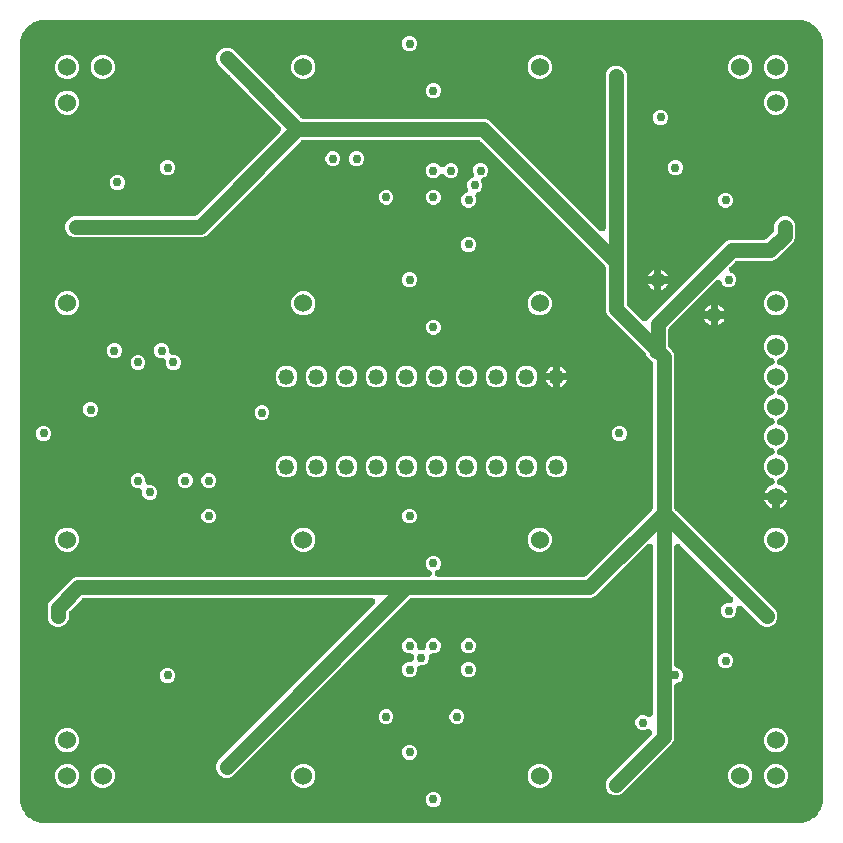
<source format=gbr>
G04 EAGLE Gerber RS-274X export*
G75*
%MOMM*%
%FSLAX34Y34*%
%LPD*%
%INCopper Layer 2*%
%IPPOS*%
%AMOC8*
5,1,8,0,0,1.08239X$1,22.5*%
G01*
%ADD10C,1.308000*%
%ADD11C,1.508000*%
%ADD12C,1.524000*%
%ADD13C,1.320800*%
%ADD14C,0.756400*%
%ADD15C,1.270000*%

G36*
X670080Y10167D02*
X670080Y10167D01*
X670208Y10168D01*
X672383Y10310D01*
X672496Y10327D01*
X672610Y10333D01*
X672787Y10369D01*
X672881Y10383D01*
X672929Y10398D01*
X672997Y10411D01*
X677199Y11537D01*
X677404Y11610D01*
X677611Y11679D01*
X677646Y11696D01*
X677673Y11706D01*
X677753Y11750D01*
X677965Y11855D01*
X681732Y14030D01*
X681911Y14153D01*
X682094Y14273D01*
X682123Y14299D01*
X682147Y14315D01*
X682213Y14378D01*
X682390Y14534D01*
X685466Y17610D01*
X685607Y17776D01*
X685752Y17939D01*
X685773Y17971D01*
X685792Y17994D01*
X685840Y18071D01*
X685970Y18268D01*
X688145Y22035D01*
X688239Y22232D01*
X688337Y22427D01*
X688349Y22464D01*
X688362Y22490D01*
X688387Y22577D01*
X688463Y22801D01*
X689589Y27003D01*
X689609Y27115D01*
X689640Y27226D01*
X689663Y27405D01*
X689680Y27498D01*
X689681Y27548D01*
X689690Y27617D01*
X689832Y29792D01*
X689831Y29873D01*
X689839Y30000D01*
X689839Y670000D01*
X689833Y670080D01*
X689832Y670208D01*
X689690Y672383D01*
X689673Y672496D01*
X689667Y672610D01*
X689631Y672787D01*
X689617Y672881D01*
X689602Y672929D01*
X689589Y672997D01*
X688463Y677199D01*
X688390Y677404D01*
X688321Y677611D01*
X688304Y677646D01*
X688294Y677673D01*
X688250Y677753D01*
X688145Y677965D01*
X685970Y681732D01*
X685847Y681911D01*
X685727Y682094D01*
X685701Y682123D01*
X685685Y682147D01*
X685622Y682213D01*
X685466Y682390D01*
X682390Y685466D01*
X682224Y685607D01*
X682061Y685752D01*
X682029Y685773D01*
X682006Y685792D01*
X681929Y685840D01*
X681732Y685970D01*
X677965Y688145D01*
X677768Y688239D01*
X677573Y688337D01*
X677536Y688349D01*
X677510Y688362D01*
X677423Y688387D01*
X677199Y688463D01*
X672997Y689589D01*
X672885Y689609D01*
X672774Y689640D01*
X672595Y689663D01*
X672502Y689680D01*
X672452Y689681D01*
X672383Y689690D01*
X670208Y689832D01*
X670127Y689831D01*
X670000Y689839D01*
X30000Y689839D01*
X29920Y689833D01*
X29792Y689832D01*
X27617Y689690D01*
X27504Y689673D01*
X27390Y689667D01*
X27213Y689631D01*
X27119Y689617D01*
X27071Y689602D01*
X27003Y689589D01*
X22801Y688463D01*
X22596Y688390D01*
X22389Y688321D01*
X22354Y688304D01*
X22327Y688294D01*
X22247Y688250D01*
X22035Y688145D01*
X18268Y685970D01*
X18089Y685847D01*
X17906Y685727D01*
X17877Y685701D01*
X17853Y685685D01*
X17787Y685622D01*
X17610Y685466D01*
X14534Y682390D01*
X14393Y682224D01*
X14248Y682061D01*
X14227Y682029D01*
X14208Y682006D01*
X14160Y681929D01*
X14030Y681732D01*
X11855Y677965D01*
X11761Y677768D01*
X11663Y677573D01*
X11651Y677536D01*
X11638Y677510D01*
X11613Y677423D01*
X11537Y677199D01*
X10411Y672997D01*
X10391Y672885D01*
X10360Y672774D01*
X10337Y672595D01*
X10320Y672502D01*
X10319Y672452D01*
X10310Y672383D01*
X10168Y670208D01*
X10169Y670127D01*
X10161Y670000D01*
X10161Y30000D01*
X10167Y29920D01*
X10168Y29792D01*
X10310Y27617D01*
X10327Y27504D01*
X10333Y27390D01*
X10369Y27213D01*
X10383Y27119D01*
X10398Y27071D01*
X10411Y27003D01*
X11537Y22801D01*
X11610Y22596D01*
X11679Y22389D01*
X11696Y22354D01*
X11706Y22327D01*
X11750Y22247D01*
X11855Y22035D01*
X14030Y18268D01*
X14153Y18089D01*
X14273Y17906D01*
X14299Y17877D01*
X14315Y17853D01*
X14378Y17787D01*
X14534Y17610D01*
X17610Y14534D01*
X17776Y14393D01*
X17939Y14248D01*
X17971Y14227D01*
X17994Y14208D01*
X18071Y14160D01*
X18268Y14030D01*
X22035Y11855D01*
X22128Y11811D01*
X22216Y11758D01*
X22323Y11715D01*
X22427Y11663D01*
X22464Y11651D01*
X22490Y11638D01*
X22577Y11613D01*
X22596Y11606D01*
X22683Y11571D01*
X22733Y11560D01*
X22801Y11537D01*
X27003Y10411D01*
X27115Y10391D01*
X27226Y10360D01*
X27405Y10337D01*
X27498Y10320D01*
X27548Y10319D01*
X27617Y10310D01*
X29792Y10168D01*
X29873Y10169D01*
X30000Y10161D01*
X670000Y10161D01*
X670080Y10167D01*
G37*
%LPC*%
G36*
X513232Y33609D02*
X513232Y33609D01*
X509964Y34963D01*
X507463Y37464D01*
X506109Y40732D01*
X506109Y44268D01*
X507463Y47536D01*
X544282Y84356D01*
X544368Y84457D01*
X544462Y84551D01*
X544531Y84648D01*
X544609Y84739D01*
X544678Y84852D01*
X544755Y84960D01*
X544809Y85067D01*
X544871Y85169D01*
X544921Y85292D01*
X544981Y85411D01*
X545016Y85524D01*
X545062Y85635D01*
X545092Y85764D01*
X545132Y85891D01*
X545149Y86009D01*
X545176Y86125D01*
X545186Y86258D01*
X545205Y86389D01*
X545203Y86508D01*
X545212Y86627D01*
X545200Y86760D01*
X545198Y86893D01*
X545178Y87010D01*
X545168Y87129D01*
X545135Y87258D01*
X545112Y87389D01*
X545074Y87501D01*
X545045Y87617D01*
X544992Y87739D01*
X544949Y87865D01*
X544893Y87970D01*
X544846Y88080D01*
X544775Y88192D01*
X544712Y88309D01*
X544640Y88404D01*
X544577Y88505D01*
X544489Y88605D01*
X544408Y88711D01*
X544322Y88793D01*
X544243Y88883D01*
X544141Y88967D01*
X544045Y89059D01*
X543947Y89127D01*
X543855Y89203D01*
X543740Y89270D01*
X543631Y89346D01*
X543523Y89397D01*
X543420Y89457D01*
X543296Y89506D01*
X543177Y89563D01*
X543062Y89597D01*
X542951Y89640D01*
X542821Y89668D01*
X542694Y89706D01*
X542575Y89721D01*
X542459Y89746D01*
X542326Y89753D01*
X542194Y89770D01*
X542075Y89767D01*
X541956Y89773D01*
X541824Y89759D01*
X541691Y89755D01*
X541574Y89733D01*
X541455Y89720D01*
X541327Y89686D01*
X541196Y89661D01*
X541055Y89612D01*
X540969Y89589D01*
X540911Y89563D01*
X540823Y89533D01*
X538758Y88677D01*
X536242Y88677D01*
X533918Y89640D01*
X532140Y91418D01*
X531177Y93742D01*
X531177Y96258D01*
X532140Y98582D01*
X533918Y100360D01*
X536242Y101323D01*
X538758Y101323D01*
X541387Y100234D01*
X541503Y100163D01*
X541516Y100158D01*
X541528Y100150D01*
X541748Y100062D01*
X541969Y99972D01*
X541983Y99969D01*
X541996Y99964D01*
X542228Y99912D01*
X542459Y99857D01*
X542473Y99856D01*
X542487Y99853D01*
X542723Y99839D01*
X542961Y99822D01*
X542976Y99823D01*
X542989Y99822D01*
X543226Y99845D01*
X543463Y99866D01*
X543477Y99869D01*
X543491Y99870D01*
X543721Y99931D01*
X543951Y99989D01*
X543964Y99994D01*
X543978Y99998D01*
X544195Y100093D01*
X544414Y100187D01*
X544426Y100195D01*
X544439Y100200D01*
X544639Y100330D01*
X544840Y100456D01*
X544850Y100466D01*
X544862Y100473D01*
X545039Y100633D01*
X545217Y100789D01*
X545226Y100800D01*
X545237Y100810D01*
X545386Y100994D01*
X545537Y101178D01*
X545544Y101190D01*
X545553Y101201D01*
X545671Y101406D01*
X545792Y101612D01*
X545797Y101626D01*
X545804Y101638D01*
X545888Y101860D01*
X545975Y102082D01*
X545978Y102095D01*
X545983Y102109D01*
X546031Y102340D01*
X546081Y102574D01*
X546082Y102588D01*
X546085Y102602D01*
X546109Y102996D01*
X546109Y243373D01*
X546108Y243386D01*
X546109Y243400D01*
X546088Y243638D01*
X546069Y243875D01*
X546066Y243888D01*
X546065Y243901D01*
X546006Y244135D01*
X545951Y244364D01*
X545945Y244376D01*
X545942Y244390D01*
X545847Y244610D01*
X545756Y244828D01*
X545749Y244840D01*
X545743Y244852D01*
X545616Y245054D01*
X545490Y245256D01*
X545481Y245266D01*
X545474Y245278D01*
X545317Y245456D01*
X545160Y245636D01*
X545150Y245645D01*
X545141Y245655D01*
X544957Y245806D01*
X544774Y245960D01*
X544762Y245967D01*
X544752Y245975D01*
X544547Y246096D01*
X544342Y246218D01*
X544329Y246223D01*
X544318Y246230D01*
X544095Y246317D01*
X543874Y246405D01*
X543861Y246408D01*
X543848Y246413D01*
X543615Y246463D01*
X543383Y246515D01*
X543369Y246516D01*
X543356Y246519D01*
X543119Y246531D01*
X542881Y246546D01*
X542867Y246545D01*
X542853Y246546D01*
X542619Y246521D01*
X542379Y246498D01*
X542366Y246494D01*
X542353Y246493D01*
X542124Y246431D01*
X541892Y246371D01*
X541880Y246365D01*
X541866Y246362D01*
X541649Y246264D01*
X541431Y246168D01*
X541420Y246161D01*
X541407Y246155D01*
X541208Y246024D01*
X541008Y245895D01*
X540998Y245886D01*
X540987Y245878D01*
X540690Y245617D01*
X497033Y201960D01*
X493765Y200606D01*
X341994Y200606D01*
X341954Y200603D01*
X341913Y200605D01*
X341703Y200583D01*
X341493Y200566D01*
X341453Y200557D01*
X341412Y200552D01*
X341208Y200497D01*
X341003Y200448D01*
X340966Y200432D01*
X340926Y200421D01*
X340733Y200334D01*
X340539Y200253D01*
X340504Y200231D01*
X340467Y200214D01*
X340290Y200098D01*
X340111Y199987D01*
X340080Y199960D01*
X340046Y199938D01*
X339750Y199677D01*
X190036Y49963D01*
X186768Y48609D01*
X183232Y48609D01*
X179964Y49963D01*
X177463Y52464D01*
X176109Y55732D01*
X176109Y59268D01*
X177463Y62536D01*
X310114Y195187D01*
X310123Y195198D01*
X310133Y195207D01*
X310287Y195390D01*
X310441Y195571D01*
X310448Y195582D01*
X310457Y195593D01*
X310578Y195796D01*
X310703Y196001D01*
X310708Y196013D01*
X310715Y196025D01*
X310803Y196244D01*
X310893Y196467D01*
X310897Y196480D01*
X310902Y196493D01*
X310954Y196725D01*
X311008Y196957D01*
X311009Y196971D01*
X311012Y196984D01*
X311027Y197223D01*
X311044Y197459D01*
X311043Y197473D01*
X311043Y197486D01*
X311020Y197724D01*
X310999Y197961D01*
X310996Y197974D01*
X310995Y197988D01*
X310935Y198218D01*
X310876Y198449D01*
X310871Y198462D01*
X310868Y198475D01*
X310772Y198693D01*
X310678Y198912D01*
X310671Y198923D01*
X310665Y198936D01*
X310535Y199137D01*
X310408Y199337D01*
X310399Y199347D01*
X310392Y199359D01*
X310232Y199537D01*
X310075Y199715D01*
X310065Y199723D01*
X310056Y199734D01*
X309870Y199884D01*
X309687Y200035D01*
X309675Y200042D01*
X309664Y200050D01*
X309458Y200169D01*
X309252Y200289D01*
X309239Y200294D01*
X309228Y200301D01*
X309006Y200385D01*
X308783Y200472D01*
X308769Y200475D01*
X308757Y200480D01*
X308524Y200528D01*
X308291Y200578D01*
X308277Y200579D01*
X308264Y200582D01*
X307870Y200606D01*
X64494Y200606D01*
X64454Y200603D01*
X64413Y200605D01*
X64203Y200583D01*
X63993Y200566D01*
X63953Y200557D01*
X63912Y200552D01*
X63708Y200497D01*
X63503Y200448D01*
X63466Y200432D01*
X63426Y200421D01*
X63233Y200334D01*
X63039Y200253D01*
X63004Y200231D01*
X62967Y200214D01*
X62790Y200098D01*
X62611Y199987D01*
X62580Y199960D01*
X62546Y199938D01*
X62250Y199677D01*
X52320Y189747D01*
X52294Y189716D01*
X52263Y189689D01*
X52131Y189524D01*
X51994Y189364D01*
X51972Y189329D01*
X51947Y189297D01*
X51842Y189115D01*
X51732Y188934D01*
X51716Y188896D01*
X51696Y188860D01*
X51621Y188664D01*
X51541Y188468D01*
X51532Y188428D01*
X51517Y188390D01*
X51475Y188183D01*
X51426Y187978D01*
X51424Y187937D01*
X51415Y187897D01*
X51391Y187503D01*
X51391Y183232D01*
X50037Y179964D01*
X47536Y177463D01*
X44268Y176109D01*
X40732Y176109D01*
X37464Y177463D01*
X34963Y179964D01*
X33609Y183232D01*
X33609Y194268D01*
X34963Y197536D01*
X54461Y217034D01*
X57729Y218388D01*
X355554Y218388D01*
X355687Y218398D01*
X355820Y218399D01*
X355937Y218418D01*
X356056Y218428D01*
X356185Y218459D01*
X356317Y218481D01*
X356430Y218518D01*
X356546Y218546D01*
X356668Y218598D01*
X356794Y218640D01*
X356900Y218695D01*
X357010Y218741D01*
X357123Y218811D01*
X357241Y218873D01*
X357336Y218944D01*
X357438Y219007D01*
X357538Y219094D01*
X357645Y219173D01*
X357728Y219259D01*
X357818Y219337D01*
X357904Y219439D01*
X357996Y219534D01*
X358065Y219631D01*
X358141Y219723D01*
X358210Y219837D01*
X358286Y219945D01*
X358339Y220053D01*
X358400Y220155D01*
X358449Y220278D01*
X358507Y220398D01*
X358542Y220512D01*
X358586Y220623D01*
X358616Y220752D01*
X358654Y220879D01*
X358671Y220998D01*
X358697Y221114D01*
X358705Y221246D01*
X358723Y221378D01*
X358721Y221498D01*
X358728Y221616D01*
X358715Y221749D01*
X358712Y221882D01*
X358691Y221999D01*
X358680Y222118D01*
X358646Y222246D01*
X358622Y222377D01*
X358583Y222489D01*
X358552Y222605D01*
X358499Y222727D01*
X358455Y222852D01*
X358398Y222957D01*
X358350Y223066D01*
X358278Y223178D01*
X358214Y223294D01*
X358142Y223388D01*
X358077Y223489D01*
X357988Y223588D01*
X357907Y223693D01*
X357820Y223775D01*
X357740Y223864D01*
X357637Y223947D01*
X357540Y224038D01*
X357442Y224105D01*
X357349Y224180D01*
X357234Y224246D01*
X357124Y224321D01*
X356989Y224387D01*
X356912Y224431D01*
X356853Y224454D01*
X356769Y224495D01*
X356418Y224640D01*
X354640Y226418D01*
X353677Y228742D01*
X353677Y231258D01*
X354640Y233582D01*
X356418Y235360D01*
X358742Y236323D01*
X361258Y236323D01*
X363582Y235360D01*
X365360Y233582D01*
X366323Y231258D01*
X366323Y228742D01*
X365360Y226418D01*
X363582Y224640D01*
X363231Y224495D01*
X363112Y224434D01*
X362990Y224383D01*
X362889Y224320D01*
X362783Y224266D01*
X362675Y224187D01*
X362562Y224117D01*
X362472Y224039D01*
X362376Y223969D01*
X362282Y223874D01*
X362182Y223787D01*
X362105Y223696D01*
X362021Y223611D01*
X361944Y223503D01*
X361859Y223401D01*
X361797Y223299D01*
X361728Y223202D01*
X361668Y223083D01*
X361600Y222969D01*
X361556Y222858D01*
X361503Y222752D01*
X361463Y222625D01*
X361414Y222501D01*
X361387Y222385D01*
X361352Y222271D01*
X361332Y222140D01*
X361303Y222010D01*
X361296Y221891D01*
X361278Y221773D01*
X361280Y221640D01*
X361272Y221508D01*
X361283Y221389D01*
X361285Y221270D01*
X361308Y221139D01*
X361320Y221006D01*
X361351Y220891D01*
X361371Y220773D01*
X361414Y220648D01*
X361448Y220519D01*
X361496Y220410D01*
X361534Y220297D01*
X361597Y220180D01*
X361650Y220058D01*
X361715Y219958D01*
X361771Y219853D01*
X361851Y219747D01*
X361923Y219635D01*
X362003Y219546D01*
X362075Y219451D01*
X362171Y219360D01*
X362260Y219260D01*
X362353Y219185D01*
X362438Y219103D01*
X362548Y219027D01*
X362651Y218944D01*
X362754Y218884D01*
X362853Y218816D01*
X362973Y218759D01*
X363088Y218693D01*
X363199Y218651D01*
X363307Y218599D01*
X363434Y218561D01*
X363558Y218514D01*
X363675Y218490D01*
X363790Y218456D01*
X363921Y218439D01*
X364052Y218412D01*
X364201Y218403D01*
X364289Y218392D01*
X364353Y218394D01*
X364446Y218388D01*
X487000Y218388D01*
X487040Y218391D01*
X487081Y218389D01*
X487291Y218411D01*
X487501Y218428D01*
X487541Y218437D01*
X487582Y218442D01*
X487786Y218497D01*
X487991Y218546D01*
X488028Y218562D01*
X488068Y218573D01*
X488261Y218660D01*
X488455Y218741D01*
X488490Y218763D01*
X488527Y218780D01*
X488704Y218896D01*
X488883Y219007D01*
X488914Y219034D01*
X488948Y219056D01*
X489244Y219317D01*
X545180Y275253D01*
X545206Y275284D01*
X545237Y275311D01*
X545369Y275476D01*
X545506Y275636D01*
X545528Y275671D01*
X545553Y275703D01*
X545658Y275885D01*
X545768Y276066D01*
X545784Y276104D01*
X545804Y276140D01*
X545879Y276336D01*
X545959Y276532D01*
X545968Y276572D01*
X545983Y276610D01*
X546025Y276817D01*
X546074Y277022D01*
X546076Y277063D01*
X546085Y277103D01*
X546109Y277497D01*
X546109Y398579D01*
X546097Y398739D01*
X546093Y398899D01*
X546077Y398989D01*
X546069Y399081D01*
X546032Y399237D01*
X546003Y399394D01*
X545972Y399481D01*
X545951Y399571D01*
X545889Y399718D01*
X545835Y399869D01*
X545791Y399950D01*
X545756Y400035D01*
X545671Y400171D01*
X545595Y400312D01*
X545539Y400384D01*
X545490Y400463D01*
X545385Y400584D01*
X545287Y400710D01*
X545221Y400773D01*
X545160Y400843D01*
X545037Y400946D01*
X544921Y401056D01*
X544845Y401107D01*
X544774Y401166D01*
X544637Y401249D01*
X544504Y401339D01*
X544405Y401387D01*
X544342Y401425D01*
X544304Y401440D01*
X541454Y404290D01*
X540506Y406579D01*
X540427Y406734D01*
X540355Y406892D01*
X540312Y406958D01*
X540277Y407028D01*
X540174Y407168D01*
X540079Y407313D01*
X540017Y407383D01*
X539980Y407434D01*
X539917Y407497D01*
X539817Y407609D01*
X507463Y439964D01*
X506109Y443232D01*
X506109Y480003D01*
X506106Y480043D01*
X506108Y480084D01*
X506086Y480294D01*
X506069Y480504D01*
X506060Y480544D01*
X506055Y480585D01*
X506000Y480789D01*
X505951Y480994D01*
X505935Y481031D01*
X505924Y481071D01*
X505837Y481264D01*
X505756Y481458D01*
X505734Y481493D01*
X505717Y481530D01*
X505601Y481707D01*
X505490Y481886D01*
X505463Y481917D01*
X505441Y481951D01*
X505180Y482247D01*
X399747Y587680D01*
X399716Y587706D01*
X399689Y587737D01*
X399524Y587869D01*
X399364Y588006D01*
X399329Y588028D01*
X399297Y588053D01*
X399115Y588158D01*
X398934Y588268D01*
X398896Y588284D01*
X398860Y588304D01*
X398664Y588379D01*
X398468Y588459D01*
X398428Y588468D01*
X398390Y588483D01*
X398183Y588525D01*
X397978Y588574D01*
X397937Y588576D01*
X397897Y588585D01*
X397503Y588609D01*
X249997Y588609D01*
X249957Y588606D01*
X249916Y588608D01*
X249706Y588586D01*
X249496Y588569D01*
X249456Y588560D01*
X249415Y588555D01*
X249211Y588500D01*
X249006Y588451D01*
X248969Y588435D01*
X248929Y588424D01*
X248736Y588337D01*
X248542Y588256D01*
X248507Y588234D01*
X248470Y588217D01*
X248293Y588101D01*
X248114Y587990D01*
X248083Y587963D01*
X248049Y587941D01*
X247753Y587680D01*
X167536Y507463D01*
X164268Y506109D01*
X55732Y506109D01*
X52464Y507463D01*
X49963Y509964D01*
X48609Y513232D01*
X48609Y516768D01*
X49963Y520036D01*
X52464Y522537D01*
X55732Y523891D01*
X157503Y523891D01*
X157543Y523894D01*
X157584Y523892D01*
X157794Y523914D01*
X158004Y523931D01*
X158044Y523940D01*
X158085Y523945D01*
X158289Y524000D01*
X158494Y524049D01*
X158531Y524065D01*
X158571Y524076D01*
X158764Y524163D01*
X158958Y524244D01*
X158993Y524266D01*
X159030Y524283D01*
X159207Y524399D01*
X159386Y524510D01*
X159417Y524537D01*
X159451Y524559D01*
X159747Y524820D01*
X230182Y595255D01*
X230200Y595276D01*
X230220Y595294D01*
X230363Y595468D01*
X230509Y595639D01*
X230523Y595662D01*
X230540Y595683D01*
X230653Y595876D01*
X230771Y596069D01*
X230781Y596094D01*
X230795Y596117D01*
X230876Y596326D01*
X230961Y596535D01*
X230968Y596561D01*
X230978Y596587D01*
X231025Y596806D01*
X231076Y597025D01*
X231078Y597052D01*
X231084Y597079D01*
X231096Y597303D01*
X231112Y597527D01*
X231109Y597554D01*
X231111Y597582D01*
X231087Y597804D01*
X231067Y598029D01*
X231061Y598055D01*
X231058Y598082D01*
X231000Y598298D01*
X230944Y598517D01*
X230934Y598542D01*
X230927Y598569D01*
X230834Y598774D01*
X230746Y598980D01*
X230731Y599003D01*
X230720Y599028D01*
X230596Y599216D01*
X230476Y599405D01*
X230458Y599426D01*
X230443Y599449D01*
X230182Y599745D01*
X177463Y652464D01*
X176109Y655732D01*
X176109Y659268D01*
X177463Y662536D01*
X179964Y665037D01*
X183232Y666391D01*
X186768Y666391D01*
X190036Y665037D01*
X247753Y607320D01*
X247784Y607294D01*
X247811Y607263D01*
X247976Y607131D01*
X248136Y606994D01*
X248171Y606972D01*
X248203Y606947D01*
X248385Y606842D01*
X248566Y606732D01*
X248604Y606716D01*
X248640Y606696D01*
X248836Y606621D01*
X249032Y606541D01*
X249072Y606532D01*
X249110Y606517D01*
X249317Y606475D01*
X249522Y606426D01*
X249563Y606424D01*
X249603Y606415D01*
X249997Y606391D01*
X404268Y606391D01*
X407536Y605037D01*
X500690Y511883D01*
X500701Y511874D01*
X500710Y511864D01*
X500893Y511710D01*
X501074Y511556D01*
X501085Y511549D01*
X501096Y511540D01*
X501299Y511419D01*
X501504Y511294D01*
X501516Y511289D01*
X501528Y511282D01*
X501747Y511194D01*
X501970Y511104D01*
X501983Y511100D01*
X501996Y511095D01*
X502228Y511043D01*
X502460Y510989D01*
X502474Y510988D01*
X502487Y510985D01*
X502726Y510970D01*
X502962Y510953D01*
X502976Y510954D01*
X502989Y510954D01*
X503227Y510977D01*
X503464Y510998D01*
X503477Y511001D01*
X503491Y511002D01*
X503721Y511062D01*
X503952Y511121D01*
X503965Y511126D01*
X503978Y511129D01*
X504196Y511225D01*
X504415Y511319D01*
X504426Y511326D01*
X504439Y511332D01*
X504640Y511462D01*
X504840Y511589D01*
X504850Y511598D01*
X504862Y511605D01*
X505040Y511765D01*
X505218Y511922D01*
X505226Y511932D01*
X505237Y511941D01*
X505387Y512127D01*
X505538Y512310D01*
X505545Y512322D01*
X505553Y512333D01*
X505672Y512539D01*
X505792Y512745D01*
X505797Y512758D01*
X505804Y512769D01*
X505888Y512991D01*
X505975Y513214D01*
X505978Y513228D01*
X505983Y513240D01*
X506031Y513473D01*
X506081Y513706D01*
X506082Y513720D01*
X506085Y513733D01*
X506109Y514127D01*
X506109Y644268D01*
X507463Y647536D01*
X509964Y650037D01*
X513232Y651391D01*
X516768Y651391D01*
X520036Y650037D01*
X522537Y647536D01*
X523891Y644268D01*
X523891Y449997D01*
X523894Y449957D01*
X523892Y449916D01*
X523914Y449706D01*
X523931Y449496D01*
X523940Y449456D01*
X523945Y449415D01*
X524000Y449211D01*
X524049Y449006D01*
X524065Y448969D01*
X524076Y448929D01*
X524163Y448736D01*
X524244Y448542D01*
X524266Y448507D01*
X524283Y448470D01*
X524399Y448293D01*
X524510Y448114D01*
X524537Y448083D01*
X524559Y448049D01*
X524820Y447753D01*
X536929Y435645D01*
X537040Y435550D01*
X537145Y435447D01*
X537231Y435387D01*
X537312Y435318D01*
X537437Y435242D01*
X537557Y435157D01*
X537651Y435111D01*
X537742Y435056D01*
X537878Y435000D01*
X538009Y434936D01*
X538110Y434905D01*
X538208Y434865D01*
X538351Y434832D01*
X538491Y434789D01*
X538595Y434775D01*
X538698Y434751D01*
X538844Y434740D01*
X538989Y434720D01*
X539095Y434723D01*
X539200Y434715D01*
X539346Y434728D01*
X539493Y434731D01*
X539597Y434750D01*
X539702Y434759D01*
X539844Y434795D01*
X539988Y434821D01*
X540088Y434856D01*
X540190Y434882D01*
X540325Y434940D01*
X540463Y434989D01*
X540556Y435039D01*
X540653Y435081D01*
X540777Y435159D01*
X540905Y435229D01*
X540989Y435294D01*
X541078Y435350D01*
X541188Y435447D01*
X541304Y435537D01*
X541377Y435614D01*
X541456Y435684D01*
X541549Y435797D01*
X541649Y435903D01*
X541709Y435991D01*
X541776Y436072D01*
X541850Y436198D01*
X541932Y436320D01*
X541989Y436436D01*
X542031Y436507D01*
X542057Y436575D01*
X542106Y436674D01*
X542463Y437536D01*
X607464Y502537D01*
X610732Y503891D01*
X640003Y503891D01*
X640043Y503894D01*
X640084Y503892D01*
X640294Y503914D01*
X640504Y503931D01*
X640544Y503940D01*
X640585Y503945D01*
X640789Y504000D01*
X640994Y504049D01*
X641031Y504065D01*
X641071Y504076D01*
X641264Y504163D01*
X641458Y504244D01*
X641493Y504266D01*
X641530Y504283D01*
X641707Y504399D01*
X641886Y504510D01*
X641917Y504537D01*
X641951Y504559D01*
X642247Y504820D01*
X647680Y510253D01*
X647706Y510284D01*
X647737Y510311D01*
X647869Y510476D01*
X648006Y510636D01*
X648028Y510671D01*
X648053Y510703D01*
X648158Y510885D01*
X648268Y511066D01*
X648284Y511104D01*
X648304Y511140D01*
X648379Y511336D01*
X648459Y511532D01*
X648468Y511572D01*
X648483Y511610D01*
X648525Y511817D01*
X648574Y512022D01*
X648576Y512063D01*
X648585Y512103D01*
X648609Y512497D01*
X648609Y516768D01*
X649963Y520036D01*
X652464Y522537D01*
X655732Y523891D01*
X659268Y523891D01*
X662536Y522537D01*
X665037Y520036D01*
X666391Y516768D01*
X666391Y505732D01*
X665037Y502464D01*
X650036Y487463D01*
X646768Y486109D01*
X617497Y486109D01*
X617457Y486106D01*
X617416Y486108D01*
X617206Y486086D01*
X616996Y486069D01*
X616956Y486060D01*
X616915Y486055D01*
X616711Y486000D01*
X616506Y485951D01*
X616469Y485935D01*
X616429Y485924D01*
X616236Y485837D01*
X616042Y485756D01*
X616007Y485734D01*
X615970Y485717D01*
X615793Y485602D01*
X615614Y485490D01*
X615583Y485463D01*
X615549Y485441D01*
X615253Y485180D01*
X611179Y481106D01*
X611084Y480994D01*
X610982Y480889D01*
X610921Y480803D01*
X610853Y480723D01*
X610776Y480598D01*
X610692Y480478D01*
X610645Y480383D01*
X610591Y480293D01*
X610535Y480157D01*
X610471Y480025D01*
X610440Y479924D01*
X610400Y479827D01*
X610367Y479684D01*
X610324Y479544D01*
X610309Y479439D01*
X610285Y479336D01*
X610275Y479190D01*
X610255Y479045D01*
X610257Y478939D01*
X610250Y478834D01*
X610262Y478688D01*
X610266Y478542D01*
X610285Y478438D01*
X610294Y478332D01*
X610330Y478190D01*
X610356Y478046D01*
X610391Y477947D01*
X610417Y477844D01*
X610475Y477710D01*
X610523Y477571D01*
X610574Y477478D01*
X610616Y477382D01*
X610694Y477258D01*
X610764Y477129D01*
X610828Y477045D01*
X610885Y476956D01*
X610982Y476846D01*
X611071Y476730D01*
X611148Y476658D01*
X611218Y476579D01*
X611331Y476485D01*
X611438Y476385D01*
X611525Y476326D01*
X611607Y476259D01*
X611733Y476184D01*
X611854Y476102D01*
X611971Y476045D01*
X612041Y476004D01*
X612110Y475977D01*
X612209Y475929D01*
X613582Y475360D01*
X615360Y473582D01*
X616323Y471258D01*
X616323Y468742D01*
X615360Y466418D01*
X613582Y464640D01*
X611258Y463677D01*
X608742Y463677D01*
X606418Y464640D01*
X604640Y466418D01*
X604071Y467791D01*
X604005Y467921D01*
X603947Y468056D01*
X603890Y468145D01*
X603842Y468239D01*
X603756Y468358D01*
X603678Y468481D01*
X603608Y468561D01*
X603545Y468646D01*
X603441Y468749D01*
X603344Y468859D01*
X603263Y468926D01*
X603188Y469001D01*
X603069Y469086D01*
X602956Y469179D01*
X602865Y469232D01*
X602779Y469294D01*
X602648Y469360D01*
X602521Y469434D01*
X602423Y469472D01*
X602328Y469519D01*
X602188Y469563D01*
X602052Y469616D01*
X601949Y469639D01*
X601848Y469670D01*
X601703Y469692D01*
X601560Y469722D01*
X601454Y469728D01*
X601350Y469743D01*
X601203Y469742D01*
X601057Y469749D01*
X600952Y469738D01*
X600846Y469737D01*
X600702Y469712D01*
X600556Y469697D01*
X600454Y469669D01*
X600350Y469651D01*
X600211Y469603D01*
X600070Y469565D01*
X599974Y469522D01*
X599874Y469488D01*
X599745Y469419D01*
X599611Y469359D01*
X599523Y469301D01*
X599429Y469251D01*
X599313Y469163D01*
X599190Y469082D01*
X599093Y468996D01*
X599028Y468947D01*
X598977Y468894D01*
X598894Y468821D01*
X559820Y429747D01*
X559794Y429716D01*
X559763Y429689D01*
X559631Y429524D01*
X559494Y429364D01*
X559472Y429329D01*
X559447Y429297D01*
X559342Y429115D01*
X559232Y428934D01*
X559216Y428896D01*
X559196Y428860D01*
X559121Y428664D01*
X559041Y428468D01*
X559032Y428428D01*
X559017Y428390D01*
X558975Y428183D01*
X558926Y427978D01*
X558924Y427937D01*
X558915Y427897D01*
X558891Y427503D01*
X558891Y415510D01*
X558904Y415337D01*
X558910Y415163D01*
X558924Y415086D01*
X558931Y415008D01*
X558972Y414839D01*
X559004Y414668D01*
X559034Y414580D01*
X559049Y414518D01*
X559084Y414437D01*
X559132Y414295D01*
X559494Y413421D01*
X559573Y413266D01*
X559645Y413108D01*
X559688Y413042D01*
X559723Y412972D01*
X559826Y412832D01*
X559921Y412687D01*
X559983Y412617D01*
X560020Y412566D01*
X560083Y412503D01*
X560182Y412391D01*
X562537Y410036D01*
X563891Y406768D01*
X563891Y277497D01*
X563894Y277457D01*
X563892Y277416D01*
X563914Y277206D01*
X563931Y276996D01*
X563940Y276956D01*
X563945Y276915D01*
X564000Y276711D01*
X564049Y276506D01*
X564065Y276469D01*
X564076Y276429D01*
X564163Y276236D01*
X564244Y276042D01*
X564266Y276007D01*
X564283Y275970D01*
X564399Y275793D01*
X564510Y275614D01*
X564537Y275583D01*
X564559Y275549D01*
X564820Y275253D01*
X650037Y190036D01*
X651391Y186768D01*
X651391Y183232D01*
X650037Y179964D01*
X647536Y177463D01*
X644268Y176109D01*
X640732Y176109D01*
X637464Y177463D01*
X621742Y193185D01*
X621731Y193194D01*
X621722Y193204D01*
X621539Y193358D01*
X621358Y193512D01*
X621347Y193519D01*
X621336Y193528D01*
X621133Y193649D01*
X620928Y193774D01*
X620916Y193779D01*
X620904Y193786D01*
X620685Y193874D01*
X620462Y193964D01*
X620449Y193968D01*
X620436Y193973D01*
X620204Y194025D01*
X619972Y194079D01*
X619958Y194080D01*
X619945Y194083D01*
X619706Y194098D01*
X619470Y194115D01*
X619456Y194114D01*
X619443Y194114D01*
X619205Y194091D01*
X618968Y194070D01*
X618955Y194067D01*
X618941Y194066D01*
X618711Y194006D01*
X618480Y193947D01*
X618467Y193942D01*
X618454Y193939D01*
X618236Y193843D01*
X618017Y193749D01*
X618006Y193742D01*
X617993Y193736D01*
X617792Y193606D01*
X617592Y193479D01*
X617582Y193470D01*
X617570Y193463D01*
X617392Y193303D01*
X617214Y193146D01*
X617206Y193136D01*
X617195Y193127D01*
X617045Y192941D01*
X616894Y192758D01*
X616887Y192746D01*
X616879Y192735D01*
X616760Y192529D01*
X616640Y192323D01*
X616635Y192310D01*
X616628Y192299D01*
X616544Y192077D01*
X616457Y191854D01*
X616454Y191840D01*
X616449Y191828D01*
X616401Y191595D01*
X616351Y191362D01*
X616350Y191348D01*
X616347Y191335D01*
X616323Y190941D01*
X616323Y188742D01*
X615360Y186418D01*
X613582Y184640D01*
X611258Y183677D01*
X608742Y183677D01*
X606418Y184640D01*
X604640Y186418D01*
X603677Y188742D01*
X603677Y191258D01*
X604640Y193582D01*
X606418Y195360D01*
X608742Y196323D01*
X610941Y196323D01*
X610954Y196324D01*
X610968Y196323D01*
X611206Y196344D01*
X611443Y196363D01*
X611456Y196366D01*
X611469Y196367D01*
X611703Y196426D01*
X611932Y196481D01*
X611944Y196487D01*
X611958Y196490D01*
X612178Y196585D01*
X612396Y196676D01*
X612408Y196683D01*
X612420Y196689D01*
X612622Y196816D01*
X612824Y196942D01*
X612834Y196951D01*
X612846Y196958D01*
X613024Y197115D01*
X613204Y197272D01*
X613213Y197282D01*
X613223Y197291D01*
X613374Y197475D01*
X613528Y197658D01*
X613535Y197670D01*
X613543Y197680D01*
X613664Y197885D01*
X613786Y198090D01*
X613791Y198103D01*
X613798Y198114D01*
X613885Y198337D01*
X613973Y198558D01*
X613976Y198571D01*
X613981Y198584D01*
X614031Y198817D01*
X614083Y199049D01*
X614084Y199063D01*
X614087Y199076D01*
X614099Y199313D01*
X614114Y199551D01*
X614113Y199565D01*
X614114Y199579D01*
X614089Y199813D01*
X614066Y200053D01*
X614062Y200066D01*
X614061Y200079D01*
X613999Y200308D01*
X613939Y200540D01*
X613933Y200552D01*
X613930Y200566D01*
X613832Y200783D01*
X613736Y201001D01*
X613729Y201012D01*
X613723Y201025D01*
X613592Y201224D01*
X613463Y201424D01*
X613454Y201434D01*
X613446Y201445D01*
X613185Y201742D01*
X569310Y245617D01*
X569299Y245626D01*
X569290Y245636D01*
X569107Y245790D01*
X568926Y245944D01*
X568915Y245951D01*
X568904Y245960D01*
X568701Y246081D01*
X568496Y246206D01*
X568484Y246211D01*
X568472Y246218D01*
X568253Y246306D01*
X568030Y246396D01*
X568017Y246400D01*
X568004Y246405D01*
X567772Y246457D01*
X567540Y246511D01*
X567526Y246512D01*
X567513Y246515D01*
X567274Y246530D01*
X567038Y246547D01*
X567024Y246546D01*
X567011Y246546D01*
X566773Y246523D01*
X566536Y246502D01*
X566523Y246499D01*
X566509Y246498D01*
X566279Y246438D01*
X566048Y246379D01*
X566035Y246374D01*
X566022Y246371D01*
X565804Y246275D01*
X565585Y246181D01*
X565574Y246174D01*
X565561Y246168D01*
X565360Y246038D01*
X565160Y245911D01*
X565150Y245902D01*
X565138Y245895D01*
X564960Y245735D01*
X564782Y245578D01*
X564774Y245568D01*
X564763Y245559D01*
X564613Y245373D01*
X564462Y245190D01*
X564455Y245178D01*
X564447Y245167D01*
X564328Y244961D01*
X564208Y244755D01*
X564203Y244742D01*
X564196Y244731D01*
X564112Y244509D01*
X564025Y244286D01*
X564022Y244272D01*
X564017Y244260D01*
X563969Y244027D01*
X563919Y243794D01*
X563918Y243780D01*
X563915Y243767D01*
X563891Y243373D01*
X563891Y144424D01*
X563903Y144265D01*
X563907Y144105D01*
X563923Y144014D01*
X563931Y143922D01*
X563968Y143767D01*
X563997Y143609D01*
X564028Y143522D01*
X564049Y143433D01*
X564111Y143285D01*
X564165Y143134D01*
X564209Y143053D01*
X564244Y142968D01*
X564329Y142832D01*
X564405Y142692D01*
X564461Y142619D01*
X564510Y142541D01*
X564615Y142420D01*
X564712Y142293D01*
X564780Y142230D01*
X564840Y142160D01*
X564962Y142058D01*
X565079Y141948D01*
X565155Y141896D01*
X565226Y141837D01*
X565363Y141755D01*
X565496Y141665D01*
X565595Y141616D01*
X565658Y141579D01*
X565734Y141549D01*
X565850Y141491D01*
X568582Y140360D01*
X570360Y138582D01*
X571323Y136258D01*
X571323Y133742D01*
X570360Y131418D01*
X568582Y129640D01*
X565850Y128509D01*
X565708Y128436D01*
X565561Y128371D01*
X565484Y128321D01*
X565402Y128280D01*
X565273Y128185D01*
X565138Y128098D01*
X565070Y128037D01*
X564995Y127983D01*
X564883Y127869D01*
X564763Y127762D01*
X564705Y127690D01*
X564641Y127625D01*
X564547Y127495D01*
X564447Y127370D01*
X564401Y127291D01*
X564347Y127216D01*
X564276Y127072D01*
X564196Y126934D01*
X564163Y126848D01*
X564122Y126765D01*
X564074Y126613D01*
X564017Y126463D01*
X563999Y126373D01*
X563971Y126285D01*
X563948Y126127D01*
X563915Y125970D01*
X563908Y125859D01*
X563898Y125787D01*
X563899Y125705D01*
X563891Y125576D01*
X563891Y80732D01*
X562537Y77464D01*
X520036Y34963D01*
X516768Y33609D01*
X513232Y33609D01*
G37*
%LPD*%
%LPC*%
G36*
X650000Y289674D02*
X650000Y289674D01*
X640348Y289674D01*
X640584Y290400D01*
X641310Y291825D01*
X642250Y293119D01*
X643381Y294250D01*
X644675Y295190D01*
X646100Y295916D01*
X646848Y296159D01*
X646976Y296212D01*
X647107Y296256D01*
X647208Y296309D01*
X647313Y296352D01*
X647430Y296425D01*
X647553Y296489D01*
X647645Y296557D01*
X647741Y296617D01*
X647846Y296707D01*
X647957Y296790D01*
X648037Y296871D01*
X648123Y296945D01*
X648212Y297051D01*
X648309Y297150D01*
X648374Y297243D01*
X648448Y297330D01*
X648519Y297449D01*
X648599Y297562D01*
X648649Y297664D01*
X648707Y297761D01*
X648759Y297890D01*
X648820Y298014D01*
X648853Y298123D01*
X648896Y298228D01*
X648927Y298363D01*
X648967Y298496D01*
X648982Y298608D01*
X649008Y298719D01*
X649017Y298857D01*
X649036Y298994D01*
X649033Y299109D01*
X649041Y299222D01*
X649028Y299359D01*
X649025Y299498D01*
X649005Y299610D01*
X648994Y299723D01*
X648960Y299857D01*
X648935Y299993D01*
X648897Y300101D01*
X648869Y300211D01*
X648813Y300338D01*
X648767Y300468D01*
X648713Y300568D01*
X648668Y300672D01*
X648593Y300789D01*
X648527Y300911D01*
X648457Y301001D01*
X648396Y301097D01*
X648304Y301200D01*
X648219Y301309D01*
X648137Y301387D01*
X648061Y301472D01*
X647954Y301560D01*
X647853Y301655D01*
X647759Y301719D01*
X647671Y301790D01*
X647551Y301860D01*
X647436Y301937D01*
X647309Y302000D01*
X647235Y302043D01*
X647171Y302067D01*
X647082Y302111D01*
X644244Y303286D01*
X641386Y306144D01*
X639839Y309879D01*
X639839Y313921D01*
X641386Y317656D01*
X644244Y320514D01*
X647029Y321667D01*
X647041Y321674D01*
X647054Y321678D01*
X647266Y321788D01*
X647478Y321896D01*
X647489Y321904D01*
X647501Y321911D01*
X647692Y322053D01*
X647884Y322193D01*
X647894Y322203D01*
X647905Y322211D01*
X648070Y322381D01*
X648239Y322551D01*
X648247Y322562D01*
X648256Y322572D01*
X648392Y322765D01*
X648532Y322960D01*
X648539Y322972D01*
X648546Y322983D01*
X648650Y323195D01*
X648757Y323410D01*
X648762Y323424D01*
X648768Y323436D01*
X648837Y323662D01*
X648909Y323891D01*
X648911Y323904D01*
X648915Y323917D01*
X648947Y324154D01*
X648982Y324389D01*
X648982Y324402D01*
X648983Y324416D01*
X648978Y324656D01*
X648975Y324892D01*
X648973Y324906D01*
X648973Y324920D01*
X648930Y325153D01*
X648889Y325389D01*
X648885Y325402D01*
X648882Y325415D01*
X648804Y325637D01*
X648726Y325865D01*
X648719Y325877D01*
X648715Y325890D01*
X648602Y326098D01*
X648489Y326309D01*
X648481Y326320D01*
X648474Y326332D01*
X648329Y326521D01*
X648185Y326711D01*
X648175Y326720D01*
X648167Y326731D01*
X647994Y326894D01*
X647822Y327059D01*
X647810Y327067D01*
X647801Y327076D01*
X647603Y327210D01*
X647408Y327346D01*
X647395Y327351D01*
X647384Y327359D01*
X647029Y327533D01*
X644244Y328686D01*
X641386Y331544D01*
X639839Y335279D01*
X639839Y339321D01*
X641386Y343056D01*
X644244Y345914D01*
X647029Y347067D01*
X647041Y347074D01*
X647054Y347078D01*
X647266Y347188D01*
X647478Y347296D01*
X647489Y347304D01*
X647501Y347311D01*
X647692Y347453D01*
X647884Y347593D01*
X647894Y347603D01*
X647905Y347611D01*
X648070Y347781D01*
X648239Y347951D01*
X648247Y347962D01*
X648256Y347972D01*
X648393Y348165D01*
X648532Y348360D01*
X648539Y348372D01*
X648546Y348383D01*
X648650Y348595D01*
X648757Y348810D01*
X648762Y348824D01*
X648768Y348836D01*
X648837Y349062D01*
X648909Y349291D01*
X648911Y349304D01*
X648915Y349317D01*
X648947Y349554D01*
X648982Y349789D01*
X648982Y349802D01*
X648983Y349816D01*
X648978Y350053D01*
X648975Y350292D01*
X648973Y350306D01*
X648973Y350320D01*
X648930Y350551D01*
X648889Y350789D01*
X648885Y350802D01*
X648882Y350815D01*
X648804Y351037D01*
X648726Y351265D01*
X648719Y351277D01*
X648715Y351290D01*
X648602Y351498D01*
X648489Y351709D01*
X648481Y351720D01*
X648474Y351732D01*
X648329Y351921D01*
X648185Y352111D01*
X648175Y352120D01*
X648167Y352131D01*
X647994Y352294D01*
X647822Y352459D01*
X647810Y352467D01*
X647801Y352476D01*
X647603Y352610D01*
X647408Y352746D01*
X647395Y352751D01*
X647384Y352759D01*
X647029Y352933D01*
X644244Y354086D01*
X641386Y356944D01*
X639839Y360679D01*
X639839Y364721D01*
X641386Y368456D01*
X644244Y371314D01*
X647029Y372467D01*
X647041Y372474D01*
X647054Y372478D01*
X647266Y372588D01*
X647478Y372696D01*
X647489Y372704D01*
X647501Y372711D01*
X647692Y372853D01*
X647884Y372993D01*
X647894Y373003D01*
X647905Y373011D01*
X648070Y373181D01*
X648239Y373351D01*
X648247Y373362D01*
X648256Y373372D01*
X648393Y373565D01*
X648532Y373760D01*
X648539Y373772D01*
X648546Y373783D01*
X648650Y373995D01*
X648757Y374210D01*
X648762Y374224D01*
X648768Y374236D01*
X648837Y374462D01*
X648909Y374691D01*
X648911Y374704D01*
X648915Y374717D01*
X648947Y374954D01*
X648982Y375189D01*
X648982Y375202D01*
X648983Y375216D01*
X648978Y375456D01*
X648975Y375692D01*
X648973Y375706D01*
X648973Y375720D01*
X648930Y375953D01*
X648889Y376189D01*
X648885Y376202D01*
X648882Y376215D01*
X648804Y376437D01*
X648726Y376665D01*
X648719Y376677D01*
X648715Y376690D01*
X648602Y376898D01*
X648489Y377109D01*
X648481Y377120D01*
X648474Y377132D01*
X648329Y377321D01*
X648185Y377511D01*
X648175Y377520D01*
X648167Y377531D01*
X647994Y377694D01*
X647822Y377859D01*
X647810Y377867D01*
X647801Y377876D01*
X647603Y378010D01*
X647408Y378146D01*
X647395Y378151D01*
X647384Y378159D01*
X647029Y378333D01*
X644244Y379486D01*
X641386Y382344D01*
X639839Y386079D01*
X639839Y390121D01*
X641386Y393856D01*
X644244Y396714D01*
X647029Y397867D01*
X647041Y397874D01*
X647054Y397878D01*
X647266Y397988D01*
X647478Y398096D01*
X647489Y398104D01*
X647501Y398111D01*
X647692Y398253D01*
X647884Y398393D01*
X647894Y398403D01*
X647905Y398411D01*
X648070Y398581D01*
X648239Y398751D01*
X648247Y398762D01*
X648256Y398772D01*
X648392Y398965D01*
X648532Y399160D01*
X648539Y399172D01*
X648546Y399183D01*
X648650Y399394D01*
X648757Y399610D01*
X648762Y399624D01*
X648768Y399636D01*
X648837Y399862D01*
X648909Y400091D01*
X648911Y400104D01*
X648915Y400117D01*
X648947Y400354D01*
X648982Y400589D01*
X648982Y400602D01*
X648983Y400616D01*
X648978Y400856D01*
X648975Y401092D01*
X648973Y401106D01*
X648973Y401120D01*
X648930Y401353D01*
X648889Y401589D01*
X648885Y401602D01*
X648882Y401615D01*
X648805Y401836D01*
X648726Y402065D01*
X648719Y402077D01*
X648715Y402090D01*
X648602Y402298D01*
X648489Y402509D01*
X648481Y402520D01*
X648474Y402532D01*
X648329Y402721D01*
X648185Y402911D01*
X648175Y402920D01*
X648167Y402931D01*
X647994Y403094D01*
X647822Y403259D01*
X647810Y403267D01*
X647801Y403276D01*
X647603Y403410D01*
X647408Y403546D01*
X647395Y403551D01*
X647384Y403559D01*
X647029Y403733D01*
X644244Y404886D01*
X641386Y407744D01*
X639839Y411479D01*
X639839Y415521D01*
X641386Y419256D01*
X644244Y422114D01*
X647979Y423661D01*
X652021Y423661D01*
X655756Y422114D01*
X658614Y419256D01*
X660161Y415521D01*
X660161Y411479D01*
X658614Y407744D01*
X655756Y404886D01*
X652971Y403733D01*
X652959Y403726D01*
X652946Y403722D01*
X652735Y403612D01*
X652522Y403504D01*
X652511Y403495D01*
X652499Y403489D01*
X652309Y403348D01*
X652116Y403207D01*
X652106Y403197D01*
X652095Y403189D01*
X651928Y403017D01*
X651761Y402849D01*
X651753Y402838D01*
X651744Y402828D01*
X651606Y402632D01*
X651468Y402440D01*
X651462Y402428D01*
X651454Y402417D01*
X651348Y402201D01*
X651243Y401990D01*
X651238Y401977D01*
X651232Y401964D01*
X651162Y401732D01*
X651091Y401509D01*
X651089Y401496D01*
X651085Y401483D01*
X651052Y401244D01*
X651018Y401011D01*
X651018Y400997D01*
X651017Y400984D01*
X651022Y400744D01*
X651025Y400508D01*
X651027Y400494D01*
X651027Y400480D01*
X651070Y400247D01*
X651111Y400011D01*
X651115Y399998D01*
X651118Y399985D01*
X651197Y399761D01*
X651274Y399535D01*
X651281Y399523D01*
X651285Y399510D01*
X651400Y399299D01*
X651511Y399091D01*
X651519Y399080D01*
X651526Y399068D01*
X651671Y398878D01*
X651815Y398689D01*
X651825Y398680D01*
X651833Y398669D01*
X652007Y398505D01*
X652178Y398341D01*
X652189Y398333D01*
X652199Y398324D01*
X652396Y398190D01*
X652592Y398054D01*
X652605Y398048D01*
X652616Y398041D01*
X652971Y397867D01*
X655756Y396714D01*
X658614Y393856D01*
X660161Y390121D01*
X660161Y386079D01*
X658614Y382344D01*
X655756Y379486D01*
X652971Y378333D01*
X652959Y378326D01*
X652946Y378322D01*
X652735Y378212D01*
X652522Y378104D01*
X652511Y378095D01*
X652499Y378089D01*
X652309Y377948D01*
X652116Y377807D01*
X652106Y377797D01*
X652095Y377789D01*
X651929Y377618D01*
X651761Y377449D01*
X651753Y377438D01*
X651744Y377428D01*
X651606Y377232D01*
X651468Y377040D01*
X651462Y377028D01*
X651454Y377017D01*
X651348Y376801D01*
X651243Y376590D01*
X651238Y376577D01*
X651232Y376564D01*
X651162Y376334D01*
X651091Y376109D01*
X651089Y376096D01*
X651085Y376083D01*
X651052Y375844D01*
X651018Y375611D01*
X651018Y375597D01*
X651017Y375584D01*
X651022Y375344D01*
X651025Y375108D01*
X651027Y375094D01*
X651027Y375080D01*
X651070Y374847D01*
X651111Y374611D01*
X651115Y374598D01*
X651118Y374585D01*
X651197Y374361D01*
X651274Y374135D01*
X651281Y374123D01*
X651285Y374110D01*
X651399Y373900D01*
X651511Y373691D01*
X651519Y373680D01*
X651526Y373668D01*
X651671Y373478D01*
X651815Y373289D01*
X651825Y373280D01*
X651833Y373269D01*
X652007Y373105D01*
X652178Y372941D01*
X652189Y372933D01*
X652199Y372924D01*
X652396Y372790D01*
X652592Y372654D01*
X652605Y372648D01*
X652616Y372641D01*
X652971Y372467D01*
X655756Y371314D01*
X658614Y368456D01*
X660161Y364721D01*
X660161Y360679D01*
X658614Y356944D01*
X655756Y354086D01*
X652971Y352933D01*
X652959Y352926D01*
X652946Y352922D01*
X652735Y352812D01*
X652522Y352704D01*
X652511Y352695D01*
X652499Y352689D01*
X652309Y352548D01*
X652116Y352407D01*
X652106Y352397D01*
X652095Y352389D01*
X651929Y352218D01*
X651761Y352049D01*
X651753Y352038D01*
X651744Y352028D01*
X651606Y351832D01*
X651468Y351640D01*
X651462Y351628D01*
X651454Y351617D01*
X651348Y351401D01*
X651243Y351190D01*
X651238Y351177D01*
X651232Y351164D01*
X651161Y350932D01*
X651091Y350709D01*
X651089Y350696D01*
X651085Y350683D01*
X651052Y350444D01*
X651018Y350211D01*
X651018Y350197D01*
X651017Y350184D01*
X651022Y349944D01*
X651025Y349708D01*
X651027Y349694D01*
X651027Y349680D01*
X651070Y349447D01*
X651111Y349211D01*
X651115Y349198D01*
X651118Y349185D01*
X651197Y348960D01*
X651274Y348735D01*
X651281Y348723D01*
X651285Y348710D01*
X651399Y348500D01*
X651511Y348291D01*
X651519Y348280D01*
X651526Y348268D01*
X651671Y348078D01*
X651815Y347889D01*
X651825Y347880D01*
X651833Y347869D01*
X652007Y347705D01*
X652178Y347541D01*
X652189Y347533D01*
X652199Y347524D01*
X652396Y347390D01*
X652592Y347254D01*
X652605Y347248D01*
X652616Y347241D01*
X652971Y347067D01*
X655756Y345914D01*
X658614Y343056D01*
X660161Y339321D01*
X660161Y335279D01*
X658614Y331544D01*
X655756Y328686D01*
X652971Y327533D01*
X652959Y327526D01*
X652946Y327522D01*
X652735Y327412D01*
X652522Y327304D01*
X652511Y327295D01*
X652499Y327289D01*
X652309Y327148D01*
X652116Y327007D01*
X652106Y326997D01*
X652095Y326989D01*
X651929Y326818D01*
X651761Y326649D01*
X651753Y326638D01*
X651744Y326628D01*
X651606Y326432D01*
X651468Y326240D01*
X651462Y326228D01*
X651454Y326217D01*
X651348Y326001D01*
X651243Y325790D01*
X651238Y325777D01*
X651232Y325764D01*
X651162Y325534D01*
X651091Y325309D01*
X651089Y325296D01*
X651085Y325283D01*
X651052Y325044D01*
X651018Y324811D01*
X651018Y324797D01*
X651017Y324784D01*
X651022Y324544D01*
X651025Y324308D01*
X651027Y324294D01*
X651027Y324280D01*
X651070Y324047D01*
X651111Y323811D01*
X651115Y323798D01*
X651118Y323785D01*
X651197Y323561D01*
X651274Y323335D01*
X651281Y323323D01*
X651285Y323310D01*
X651399Y323100D01*
X651511Y322891D01*
X651519Y322880D01*
X651526Y322868D01*
X651671Y322678D01*
X651815Y322489D01*
X651825Y322480D01*
X651833Y322469D01*
X652007Y322305D01*
X652178Y322141D01*
X652189Y322133D01*
X652199Y322124D01*
X652396Y321990D01*
X652592Y321854D01*
X652605Y321848D01*
X652616Y321841D01*
X652971Y321667D01*
X655756Y320514D01*
X658614Y317656D01*
X660161Y313921D01*
X660161Y309879D01*
X658614Y306144D01*
X655756Y303286D01*
X652918Y302111D01*
X652795Y302048D01*
X652668Y301994D01*
X652571Y301934D01*
X652470Y301882D01*
X652358Y301800D01*
X652241Y301727D01*
X652155Y301652D01*
X652063Y301585D01*
X651966Y301487D01*
X651862Y301396D01*
X651789Y301308D01*
X651709Y301227D01*
X651628Y301115D01*
X651540Y301009D01*
X651481Y300911D01*
X651415Y300818D01*
X651353Y300695D01*
X651283Y300575D01*
X651241Y300470D01*
X651190Y300368D01*
X651149Y300236D01*
X651098Y300107D01*
X651073Y299996D01*
X651039Y299888D01*
X651019Y299751D01*
X650989Y299616D01*
X650982Y299502D01*
X650966Y299389D01*
X650968Y299251D01*
X650960Y299113D01*
X650971Y299000D01*
X650972Y298886D01*
X650996Y298749D01*
X651010Y298612D01*
X651039Y298502D01*
X651058Y298390D01*
X651103Y298259D01*
X651139Y298125D01*
X651185Y298021D01*
X651222Y297913D01*
X651287Y297791D01*
X651343Y297665D01*
X651405Y297569D01*
X651458Y297469D01*
X651542Y297359D01*
X651617Y297243D01*
X651694Y297158D01*
X651762Y297068D01*
X651862Y296972D01*
X651955Y296869D01*
X652044Y296798D01*
X652126Y296719D01*
X652240Y296640D01*
X652348Y296554D01*
X652446Y296498D01*
X652540Y296433D01*
X652665Y296373D01*
X652785Y296305D01*
X652917Y296252D01*
X652994Y296215D01*
X653059Y296196D01*
X653152Y296159D01*
X653900Y295916D01*
X655325Y295190D01*
X656619Y294250D01*
X657750Y293119D01*
X658690Y291825D01*
X659416Y290400D01*
X659652Y289674D01*
X650000Y289674D01*
X650000Y289674D01*
G37*
%LPD*%
%LPC*%
G36*
X338742Y133677D02*
X338742Y133677D01*
X336418Y134640D01*
X334640Y136418D01*
X333677Y138742D01*
X333677Y141258D01*
X334640Y143582D01*
X336418Y145360D01*
X338742Y146323D01*
X340503Y146323D01*
X340530Y146325D01*
X340557Y146323D01*
X340781Y146345D01*
X341005Y146363D01*
X341031Y146369D01*
X341059Y146372D01*
X341277Y146429D01*
X341494Y146481D01*
X341519Y146492D01*
X341546Y146499D01*
X341752Y146590D01*
X341959Y146676D01*
X341982Y146691D01*
X342007Y146702D01*
X342196Y146824D01*
X342386Y146942D01*
X342407Y146960D01*
X342430Y146975D01*
X342597Y147125D01*
X342767Y147272D01*
X342784Y147293D01*
X342805Y147311D01*
X342946Y147486D01*
X343090Y147658D01*
X343104Y147681D01*
X343121Y147702D01*
X343233Y147897D01*
X343348Y148090D01*
X343359Y148115D01*
X343372Y148139D01*
X343452Y148349D01*
X343535Y148558D01*
X343541Y148584D01*
X343551Y148610D01*
X343596Y148830D01*
X343645Y149049D01*
X343647Y149076D01*
X343653Y149103D01*
X343677Y149497D01*
X343677Y150503D01*
X343675Y150530D01*
X343677Y150557D01*
X343655Y150781D01*
X343637Y151005D01*
X343631Y151031D01*
X343628Y151059D01*
X343571Y151277D01*
X343519Y151494D01*
X343508Y151519D01*
X343501Y151546D01*
X343410Y151752D01*
X343324Y151959D01*
X343309Y151982D01*
X343298Y152007D01*
X343176Y152196D01*
X343058Y152386D01*
X343040Y152407D01*
X343025Y152430D01*
X342875Y152597D01*
X342728Y152767D01*
X342707Y152784D01*
X342689Y152805D01*
X342514Y152946D01*
X342342Y153090D01*
X342319Y153104D01*
X342298Y153121D01*
X342103Y153233D01*
X341910Y153348D01*
X341885Y153359D01*
X341861Y153372D01*
X341651Y153452D01*
X341442Y153535D01*
X341416Y153541D01*
X341390Y153551D01*
X341170Y153596D01*
X340951Y153645D01*
X340924Y153647D01*
X340897Y153653D01*
X340503Y153677D01*
X338742Y153677D01*
X336418Y154640D01*
X334640Y156418D01*
X333677Y158742D01*
X333677Y161258D01*
X334640Y163582D01*
X336418Y165360D01*
X338742Y166323D01*
X341258Y166323D01*
X343582Y165360D01*
X345360Y163582D01*
X346323Y161258D01*
X346323Y159497D01*
X346325Y159470D01*
X346323Y159443D01*
X346345Y159219D01*
X346363Y158995D01*
X346369Y158969D01*
X346372Y158941D01*
X346429Y158722D01*
X346481Y158506D01*
X346492Y158481D01*
X346499Y158454D01*
X346590Y158248D01*
X346676Y158041D01*
X346691Y158018D01*
X346702Y157993D01*
X346824Y157804D01*
X346942Y157614D01*
X346960Y157593D01*
X346975Y157570D01*
X347125Y157403D01*
X347272Y157233D01*
X347293Y157216D01*
X347311Y157195D01*
X347486Y157054D01*
X347658Y156910D01*
X347681Y156896D01*
X347702Y156879D01*
X347897Y156767D01*
X348090Y156652D01*
X348115Y156641D01*
X348139Y156628D01*
X348349Y156548D01*
X348558Y156465D01*
X348584Y156459D01*
X348610Y156449D01*
X348830Y156404D01*
X349049Y156355D01*
X349076Y156353D01*
X349103Y156347D01*
X349497Y156323D01*
X350503Y156323D01*
X350530Y156325D01*
X350557Y156323D01*
X350781Y156345D01*
X351005Y156363D01*
X351031Y156369D01*
X351059Y156372D01*
X351277Y156429D01*
X351494Y156481D01*
X351519Y156492D01*
X351546Y156499D01*
X351752Y156590D01*
X351959Y156676D01*
X351982Y156691D01*
X352007Y156702D01*
X352196Y156824D01*
X352386Y156942D01*
X352407Y156960D01*
X352430Y156975D01*
X352597Y157125D01*
X352767Y157272D01*
X352784Y157293D01*
X352805Y157311D01*
X352946Y157486D01*
X353090Y157658D01*
X353104Y157681D01*
X353121Y157702D01*
X353233Y157897D01*
X353348Y158090D01*
X353359Y158115D01*
X353372Y158139D01*
X353452Y158349D01*
X353535Y158558D01*
X353541Y158584D01*
X353551Y158610D01*
X353596Y158830D01*
X353645Y159049D01*
X353647Y159076D01*
X353653Y159103D01*
X353677Y159497D01*
X353677Y161258D01*
X354640Y163582D01*
X356418Y165360D01*
X358742Y166323D01*
X361258Y166323D01*
X363582Y165360D01*
X365360Y163582D01*
X366323Y161258D01*
X366323Y158742D01*
X365360Y156418D01*
X363582Y154640D01*
X361258Y153677D01*
X359497Y153677D01*
X359470Y153675D01*
X359443Y153677D01*
X359219Y153655D01*
X358995Y153637D01*
X358969Y153631D01*
X358941Y153628D01*
X358723Y153571D01*
X358506Y153519D01*
X358481Y153508D01*
X358454Y153501D01*
X358248Y153410D01*
X358041Y153324D01*
X358018Y153309D01*
X357993Y153298D01*
X357804Y153176D01*
X357614Y153058D01*
X357593Y153040D01*
X357570Y153025D01*
X357403Y152875D01*
X357233Y152728D01*
X357216Y152707D01*
X357195Y152689D01*
X357054Y152514D01*
X356910Y152342D01*
X356896Y152319D01*
X356879Y152298D01*
X356767Y152103D01*
X356652Y151910D01*
X356641Y151885D01*
X356628Y151861D01*
X356548Y151651D01*
X356465Y151442D01*
X356459Y151416D01*
X356449Y151390D01*
X356404Y151170D01*
X356355Y150951D01*
X356353Y150924D01*
X356347Y150897D01*
X356323Y150503D01*
X356323Y148742D01*
X355360Y146418D01*
X353582Y144640D01*
X351258Y143677D01*
X349497Y143677D01*
X349470Y143675D01*
X349443Y143677D01*
X349219Y143655D01*
X348995Y143637D01*
X348969Y143631D01*
X348941Y143628D01*
X348723Y143571D01*
X348506Y143519D01*
X348481Y143508D01*
X348454Y143501D01*
X348248Y143410D01*
X348041Y143324D01*
X348018Y143309D01*
X347993Y143298D01*
X347804Y143176D01*
X347614Y143058D01*
X347593Y143040D01*
X347570Y143025D01*
X347403Y142875D01*
X347233Y142728D01*
X347216Y142707D01*
X347195Y142689D01*
X347054Y142514D01*
X346910Y142342D01*
X346896Y142319D01*
X346879Y142298D01*
X346767Y142103D01*
X346652Y141910D01*
X346641Y141885D01*
X346628Y141861D01*
X346548Y141651D01*
X346465Y141442D01*
X346459Y141416D01*
X346449Y141390D01*
X346404Y141170D01*
X346355Y140951D01*
X346353Y140924D01*
X346347Y140897D01*
X346323Y140503D01*
X346323Y138742D01*
X345360Y136418D01*
X343582Y134640D01*
X341258Y133677D01*
X338742Y133677D01*
G37*
%LPD*%
%LPC*%
G36*
X388742Y531177D02*
X388742Y531177D01*
X386418Y532140D01*
X384640Y533918D01*
X383677Y536242D01*
X383677Y538758D01*
X384640Y541082D01*
X386418Y542860D01*
X387493Y543305D01*
X387518Y543318D01*
X387544Y543327D01*
X387742Y543432D01*
X387942Y543534D01*
X387964Y543551D01*
X387988Y543563D01*
X388167Y543699D01*
X388349Y543831D01*
X388368Y543851D01*
X388390Y543867D01*
X388545Y544030D01*
X388703Y544189D01*
X388719Y544211D01*
X388738Y544231D01*
X388866Y544416D01*
X388997Y544598D01*
X389009Y544623D01*
X389024Y544645D01*
X389121Y544848D01*
X389222Y545049D01*
X389230Y545075D01*
X389242Y545099D01*
X389305Y545314D01*
X389373Y545529D01*
X389377Y545556D01*
X389384Y545582D01*
X389413Y545805D01*
X389446Y546027D01*
X389446Y546054D01*
X389449Y546081D01*
X389442Y546306D01*
X389440Y546531D01*
X389435Y546558D01*
X389434Y546585D01*
X389392Y546805D01*
X389354Y547027D01*
X389345Y547053D01*
X389340Y547079D01*
X389211Y547453D01*
X388677Y548742D01*
X388677Y551258D01*
X389640Y553582D01*
X391418Y555360D01*
X392493Y555805D01*
X392518Y555818D01*
X392544Y555827D01*
X392742Y555932D01*
X392942Y556034D01*
X392964Y556051D01*
X392988Y556063D01*
X393167Y556199D01*
X393349Y556331D01*
X393368Y556351D01*
X393390Y556367D01*
X393545Y556530D01*
X393703Y556689D01*
X393719Y556711D01*
X393738Y556731D01*
X393866Y556916D01*
X393997Y557098D01*
X394009Y557123D01*
X394024Y557145D01*
X394121Y557348D01*
X394222Y557549D01*
X394230Y557575D01*
X394242Y557599D01*
X394305Y557814D01*
X394373Y558029D01*
X394377Y558056D01*
X394384Y558082D01*
X394413Y558305D01*
X394446Y558527D01*
X394446Y558554D01*
X394449Y558581D01*
X394442Y558806D01*
X394440Y559031D01*
X394435Y559058D01*
X394434Y559085D01*
X394392Y559305D01*
X394354Y559527D01*
X394345Y559553D01*
X394340Y559579D01*
X394211Y559953D01*
X393677Y561242D01*
X393677Y563758D01*
X394640Y566082D01*
X396418Y567860D01*
X398742Y568823D01*
X401258Y568823D01*
X403582Y567860D01*
X405360Y566082D01*
X406323Y563758D01*
X406323Y561242D01*
X405360Y558918D01*
X403582Y557140D01*
X402507Y556695D01*
X402482Y556682D01*
X402456Y556673D01*
X402258Y556568D01*
X402058Y556466D01*
X402036Y556449D01*
X402012Y556437D01*
X401833Y556301D01*
X401651Y556169D01*
X401632Y556149D01*
X401610Y556133D01*
X401455Y555970D01*
X401297Y555811D01*
X401281Y555789D01*
X401262Y555769D01*
X401134Y555584D01*
X401003Y555402D01*
X400991Y555377D01*
X400976Y555355D01*
X400879Y555152D01*
X400778Y554951D01*
X400770Y554925D01*
X400758Y554901D01*
X400695Y554686D01*
X400627Y554471D01*
X400623Y554444D01*
X400616Y554418D01*
X400587Y554195D01*
X400554Y553973D01*
X400554Y553946D01*
X400551Y553919D01*
X400558Y553694D01*
X400560Y553469D01*
X400565Y553442D01*
X400566Y553415D01*
X400608Y553195D01*
X400646Y552973D01*
X400655Y552947D01*
X400660Y552921D01*
X400789Y552547D01*
X401323Y551258D01*
X401323Y548742D01*
X400360Y546418D01*
X398582Y544640D01*
X397507Y544195D01*
X397482Y544182D01*
X397456Y544173D01*
X397258Y544068D01*
X397058Y543966D01*
X397036Y543949D01*
X397012Y543937D01*
X396833Y543801D01*
X396651Y543669D01*
X396632Y543649D01*
X396610Y543633D01*
X396455Y543470D01*
X396297Y543311D01*
X396281Y543289D01*
X396262Y543269D01*
X396134Y543084D01*
X396003Y542902D01*
X395991Y542877D01*
X395976Y542855D01*
X395879Y542652D01*
X395778Y542451D01*
X395770Y542425D01*
X395758Y542401D01*
X395695Y542186D01*
X395627Y541971D01*
X395623Y541944D01*
X395616Y541918D01*
X395587Y541695D01*
X395554Y541473D01*
X395554Y541446D01*
X395551Y541419D01*
X395558Y541194D01*
X395560Y540969D01*
X395565Y540942D01*
X395566Y540915D01*
X395608Y540695D01*
X395646Y540473D01*
X395655Y540447D01*
X395660Y540421D01*
X395789Y540047D01*
X396323Y538758D01*
X396323Y536242D01*
X395360Y533918D01*
X393582Y532140D01*
X391258Y531177D01*
X388742Y531177D01*
G37*
%LPD*%
%LPC*%
G36*
X647979Y239839D02*
X647979Y239839D01*
X644244Y241386D01*
X641386Y244244D01*
X639839Y247979D01*
X639839Y252021D01*
X641386Y255756D01*
X644244Y258614D01*
X647979Y260161D01*
X652021Y260161D01*
X655756Y258614D01*
X658614Y255756D01*
X660161Y252021D01*
X660161Y247979D01*
X658614Y244244D01*
X655756Y241386D01*
X652021Y239839D01*
X647979Y239839D01*
G37*
%LPD*%
%LPC*%
G36*
X617979Y639839D02*
X617979Y639839D01*
X614244Y641386D01*
X611386Y644244D01*
X609839Y647979D01*
X609839Y652021D01*
X611386Y655756D01*
X614244Y658614D01*
X617979Y660161D01*
X622021Y660161D01*
X625756Y658614D01*
X628614Y655756D01*
X630161Y652021D01*
X630161Y647979D01*
X628614Y644244D01*
X625756Y641386D01*
X622021Y639839D01*
X617979Y639839D01*
G37*
%LPD*%
%LPC*%
G36*
X647979Y639839D02*
X647979Y639839D01*
X644244Y641386D01*
X641386Y644244D01*
X639839Y647979D01*
X639839Y652021D01*
X641386Y655756D01*
X644244Y658614D01*
X647979Y660161D01*
X652021Y660161D01*
X655756Y658614D01*
X658614Y655756D01*
X660161Y652021D01*
X660161Y647979D01*
X658614Y644244D01*
X655756Y641386D01*
X652021Y639839D01*
X647979Y639839D01*
G37*
%LPD*%
%LPC*%
G36*
X77979Y639839D02*
X77979Y639839D01*
X74244Y641386D01*
X71386Y644244D01*
X69839Y647979D01*
X69839Y652021D01*
X71386Y655756D01*
X74244Y658614D01*
X77979Y660161D01*
X82021Y660161D01*
X85756Y658614D01*
X88614Y655756D01*
X90161Y652021D01*
X90161Y647979D01*
X88614Y644244D01*
X85756Y641386D01*
X82021Y639839D01*
X77979Y639839D01*
G37*
%LPD*%
%LPC*%
G36*
X447979Y639839D02*
X447979Y639839D01*
X444244Y641386D01*
X441386Y644244D01*
X439839Y647979D01*
X439839Y652021D01*
X441386Y655756D01*
X444244Y658614D01*
X447979Y660161D01*
X452021Y660161D01*
X455756Y658614D01*
X458614Y655756D01*
X460161Y652021D01*
X460161Y647979D01*
X458614Y644244D01*
X455756Y641386D01*
X452021Y639839D01*
X447979Y639839D01*
G37*
%LPD*%
%LPC*%
G36*
X247979Y639839D02*
X247979Y639839D01*
X244244Y641386D01*
X241386Y644244D01*
X239839Y647979D01*
X239839Y652021D01*
X241386Y655756D01*
X244244Y658614D01*
X247979Y660161D01*
X252021Y660161D01*
X255756Y658614D01*
X258614Y655756D01*
X260161Y652021D01*
X260161Y647979D01*
X258614Y644244D01*
X255756Y641386D01*
X252021Y639839D01*
X247979Y639839D01*
G37*
%LPD*%
%LPC*%
G36*
X47979Y639839D02*
X47979Y639839D01*
X44244Y641386D01*
X41386Y644244D01*
X39839Y647979D01*
X39839Y652021D01*
X41386Y655756D01*
X44244Y658614D01*
X47979Y660161D01*
X52021Y660161D01*
X55756Y658614D01*
X58614Y655756D01*
X60161Y652021D01*
X60161Y647979D01*
X58614Y644244D01*
X55756Y641386D01*
X52021Y639839D01*
X47979Y639839D01*
G37*
%LPD*%
%LPC*%
G36*
X447979Y239839D02*
X447979Y239839D01*
X444244Y241386D01*
X441386Y244244D01*
X439839Y247979D01*
X439839Y252021D01*
X441386Y255756D01*
X444244Y258614D01*
X447979Y260161D01*
X452021Y260161D01*
X455756Y258614D01*
X458614Y255756D01*
X460161Y252021D01*
X460161Y247979D01*
X458614Y244244D01*
X455756Y241386D01*
X452021Y239839D01*
X447979Y239839D01*
G37*
%LPD*%
%LPC*%
G36*
X647979Y609839D02*
X647979Y609839D01*
X644244Y611386D01*
X641386Y614244D01*
X639839Y617979D01*
X639839Y622021D01*
X641386Y625756D01*
X644244Y628614D01*
X647979Y630161D01*
X652021Y630161D01*
X655756Y628614D01*
X658614Y625756D01*
X660161Y622021D01*
X660161Y617979D01*
X658614Y614244D01*
X655756Y611386D01*
X652021Y609839D01*
X647979Y609839D01*
G37*
%LPD*%
%LPC*%
G36*
X47979Y609839D02*
X47979Y609839D01*
X44244Y611386D01*
X41386Y614244D01*
X39839Y617979D01*
X39839Y622021D01*
X41386Y625756D01*
X44244Y628614D01*
X47979Y630161D01*
X52021Y630161D01*
X55756Y628614D01*
X58614Y625756D01*
X60161Y622021D01*
X60161Y617979D01*
X58614Y614244D01*
X55756Y611386D01*
X52021Y609839D01*
X47979Y609839D01*
G37*
%LPD*%
%LPC*%
G36*
X247979Y239839D02*
X247979Y239839D01*
X244244Y241386D01*
X241386Y244244D01*
X239839Y247979D01*
X239839Y252021D01*
X241386Y255756D01*
X244244Y258614D01*
X247979Y260161D01*
X252021Y260161D01*
X255756Y258614D01*
X258614Y255756D01*
X260161Y252021D01*
X260161Y247979D01*
X258614Y244244D01*
X255756Y241386D01*
X252021Y239839D01*
X247979Y239839D01*
G37*
%LPD*%
%LPC*%
G36*
X47979Y239839D02*
X47979Y239839D01*
X44244Y241386D01*
X41386Y244244D01*
X39839Y247979D01*
X39839Y252021D01*
X41386Y255756D01*
X44244Y258614D01*
X47979Y260161D01*
X52021Y260161D01*
X55756Y258614D01*
X58614Y255756D01*
X60161Y252021D01*
X60161Y247979D01*
X58614Y244244D01*
X55756Y241386D01*
X52021Y239839D01*
X47979Y239839D01*
G37*
%LPD*%
%LPC*%
G36*
X647979Y69839D02*
X647979Y69839D01*
X644244Y71386D01*
X641386Y74244D01*
X639839Y77979D01*
X639839Y82021D01*
X641386Y85756D01*
X644244Y88614D01*
X647979Y90161D01*
X652021Y90161D01*
X655756Y88614D01*
X658614Y85756D01*
X660161Y82021D01*
X660161Y77979D01*
X658614Y74244D01*
X655756Y71386D01*
X652021Y69839D01*
X647979Y69839D01*
G37*
%LPD*%
%LPC*%
G36*
X647979Y39839D02*
X647979Y39839D01*
X644244Y41386D01*
X641386Y44244D01*
X639839Y47979D01*
X639839Y52021D01*
X641386Y55756D01*
X644244Y58614D01*
X647979Y60161D01*
X652021Y60161D01*
X655756Y58614D01*
X658614Y55756D01*
X660161Y52021D01*
X660161Y47979D01*
X658614Y44244D01*
X655756Y41386D01*
X652021Y39839D01*
X647979Y39839D01*
G37*
%LPD*%
%LPC*%
G36*
X617979Y39839D02*
X617979Y39839D01*
X614244Y41386D01*
X611386Y44244D01*
X609839Y47979D01*
X609839Y52021D01*
X611386Y55756D01*
X614244Y58614D01*
X617979Y60161D01*
X622021Y60161D01*
X625756Y58614D01*
X628614Y55756D01*
X630161Y52021D01*
X630161Y47979D01*
X628614Y44244D01*
X625756Y41386D01*
X622021Y39839D01*
X617979Y39839D01*
G37*
%LPD*%
%LPC*%
G36*
X647979Y439839D02*
X647979Y439839D01*
X644244Y441386D01*
X641386Y444244D01*
X639839Y447979D01*
X639839Y452021D01*
X641386Y455756D01*
X644244Y458614D01*
X647979Y460161D01*
X652021Y460161D01*
X655756Y458614D01*
X658614Y455756D01*
X660161Y452021D01*
X660161Y447979D01*
X658614Y444244D01*
X655756Y441386D01*
X652021Y439839D01*
X647979Y439839D01*
G37*
%LPD*%
%LPC*%
G36*
X447979Y39839D02*
X447979Y39839D01*
X444244Y41386D01*
X441386Y44244D01*
X439839Y47979D01*
X439839Y52021D01*
X441386Y55756D01*
X444244Y58614D01*
X447979Y60161D01*
X452021Y60161D01*
X455756Y58614D01*
X458614Y55756D01*
X460161Y52021D01*
X460161Y47979D01*
X458614Y44244D01*
X455756Y41386D01*
X452021Y39839D01*
X447979Y39839D01*
G37*
%LPD*%
%LPC*%
G36*
X247979Y39839D02*
X247979Y39839D01*
X244244Y41386D01*
X241386Y44244D01*
X239839Y47979D01*
X239839Y52021D01*
X241386Y55756D01*
X244244Y58614D01*
X247979Y60161D01*
X252021Y60161D01*
X255756Y58614D01*
X258614Y55756D01*
X260161Y52021D01*
X260161Y47979D01*
X258614Y44244D01*
X255756Y41386D01*
X252021Y39839D01*
X247979Y39839D01*
G37*
%LPD*%
%LPC*%
G36*
X77979Y39839D02*
X77979Y39839D01*
X74244Y41386D01*
X71386Y44244D01*
X69839Y47979D01*
X69839Y52021D01*
X71386Y55756D01*
X74244Y58614D01*
X77979Y60161D01*
X82021Y60161D01*
X85756Y58614D01*
X88614Y55756D01*
X90161Y52021D01*
X90161Y47979D01*
X88614Y44244D01*
X85756Y41386D01*
X82021Y39839D01*
X77979Y39839D01*
G37*
%LPD*%
%LPC*%
G36*
X47979Y39839D02*
X47979Y39839D01*
X44244Y41386D01*
X41386Y44244D01*
X39839Y47979D01*
X39839Y52021D01*
X41386Y55756D01*
X44244Y58614D01*
X47979Y60161D01*
X52021Y60161D01*
X55756Y58614D01*
X58614Y55756D01*
X60161Y52021D01*
X60161Y47979D01*
X58614Y44244D01*
X55756Y41386D01*
X52021Y39839D01*
X47979Y39839D01*
G37*
%LPD*%
%LPC*%
G36*
X47979Y69839D02*
X47979Y69839D01*
X44244Y71386D01*
X41386Y74244D01*
X39839Y77979D01*
X39839Y82021D01*
X41386Y85756D01*
X44244Y88614D01*
X47979Y90161D01*
X52021Y90161D01*
X55756Y88614D01*
X58614Y85756D01*
X60161Y82021D01*
X60161Y77979D01*
X58614Y74244D01*
X55756Y71386D01*
X52021Y69839D01*
X47979Y69839D01*
G37*
%LPD*%
%LPC*%
G36*
X47979Y439839D02*
X47979Y439839D01*
X44244Y441386D01*
X41386Y444244D01*
X39839Y447979D01*
X39839Y452021D01*
X41386Y455756D01*
X44244Y458614D01*
X47979Y460161D01*
X52021Y460161D01*
X55756Y458614D01*
X58614Y455756D01*
X60161Y452021D01*
X60161Y447979D01*
X58614Y444244D01*
X55756Y441386D01*
X52021Y439839D01*
X47979Y439839D01*
G37*
%LPD*%
%LPC*%
G36*
X447979Y439839D02*
X447979Y439839D01*
X444244Y441386D01*
X441386Y444244D01*
X439839Y447979D01*
X439839Y452021D01*
X441386Y455756D01*
X444244Y458614D01*
X447979Y460161D01*
X452021Y460161D01*
X455756Y458614D01*
X458614Y455756D01*
X460161Y452021D01*
X460161Y447979D01*
X458614Y444244D01*
X455756Y441386D01*
X452021Y439839D01*
X447979Y439839D01*
G37*
%LPD*%
%LPC*%
G36*
X247979Y439839D02*
X247979Y439839D01*
X244244Y441386D01*
X241386Y444244D01*
X239839Y447979D01*
X239839Y452021D01*
X241386Y455756D01*
X244244Y458614D01*
X247979Y460161D01*
X252021Y460161D01*
X255756Y458614D01*
X258614Y455756D01*
X260161Y452021D01*
X260161Y447979D01*
X258614Y444244D01*
X255756Y441386D01*
X252021Y439839D01*
X247979Y439839D01*
G37*
%LPD*%
%LPC*%
G36*
X358742Y556177D02*
X358742Y556177D01*
X356418Y557140D01*
X354640Y558918D01*
X353677Y561242D01*
X353677Y563758D01*
X354640Y566082D01*
X356418Y567860D01*
X358742Y568823D01*
X361258Y568823D01*
X363581Y567860D01*
X365255Y566186D01*
X365276Y566168D01*
X365294Y566148D01*
X365467Y566006D01*
X365639Y565860D01*
X365662Y565845D01*
X365683Y565828D01*
X365877Y565714D01*
X366069Y565598D01*
X366094Y565587D01*
X366117Y565573D01*
X366327Y565492D01*
X366535Y565407D01*
X366561Y565401D01*
X366587Y565391D01*
X366806Y565343D01*
X367025Y565292D01*
X367052Y565290D01*
X367079Y565285D01*
X367303Y565273D01*
X367527Y565257D01*
X367554Y565259D01*
X367582Y565258D01*
X367804Y565281D01*
X368029Y565301D01*
X368055Y565308D01*
X368082Y565310D01*
X368298Y565369D01*
X368517Y565424D01*
X368542Y565435D01*
X368569Y565442D01*
X368773Y565534D01*
X368980Y565623D01*
X369003Y565637D01*
X369028Y565648D01*
X369216Y565772D01*
X369405Y565892D01*
X369426Y565910D01*
X369448Y565925D01*
X369745Y566186D01*
X371418Y567860D01*
X373742Y568823D01*
X376258Y568823D01*
X378582Y567860D01*
X380360Y566082D01*
X381323Y563758D01*
X381323Y561242D01*
X380360Y558918D01*
X378582Y557140D01*
X376258Y556177D01*
X373742Y556177D01*
X371418Y557140D01*
X369745Y558814D01*
X369724Y558831D01*
X369706Y558852D01*
X369532Y558995D01*
X369361Y559140D01*
X369338Y559155D01*
X369317Y559172D01*
X369123Y559285D01*
X368931Y559402D01*
X368906Y559413D01*
X368883Y559427D01*
X368673Y559508D01*
X368465Y559593D01*
X368439Y559599D01*
X368413Y559609D01*
X368194Y559657D01*
X367975Y559708D01*
X367948Y559710D01*
X367921Y559715D01*
X367697Y559727D01*
X367473Y559743D01*
X367446Y559741D01*
X367418Y559742D01*
X367196Y559719D01*
X366971Y559699D01*
X366945Y559692D01*
X366918Y559690D01*
X366701Y559631D01*
X366483Y559576D01*
X366458Y559565D01*
X366431Y559558D01*
X366227Y559466D01*
X366020Y559377D01*
X365997Y559363D01*
X365972Y559352D01*
X365785Y559229D01*
X365595Y559108D01*
X365574Y559090D01*
X365551Y559075D01*
X365255Y558814D01*
X363581Y557140D01*
X361258Y556177D01*
X358742Y556177D01*
G37*
%LPD*%
%LPC*%
G36*
X138742Y393677D02*
X138742Y393677D01*
X136418Y394640D01*
X134640Y396418D01*
X133677Y398742D01*
X133677Y400503D01*
X133675Y400530D01*
X133677Y400557D01*
X133655Y400781D01*
X133637Y401005D01*
X133631Y401031D01*
X133628Y401059D01*
X133571Y401277D01*
X133519Y401494D01*
X133508Y401519D01*
X133501Y401546D01*
X133410Y401752D01*
X133324Y401959D01*
X133309Y401982D01*
X133298Y402007D01*
X133176Y402196D01*
X133058Y402386D01*
X133040Y402407D01*
X133025Y402430D01*
X132875Y402597D01*
X132728Y402767D01*
X132707Y402784D01*
X132689Y402805D01*
X132514Y402946D01*
X132342Y403090D01*
X132319Y403104D01*
X132298Y403121D01*
X132103Y403233D01*
X131910Y403348D01*
X131885Y403359D01*
X131861Y403372D01*
X131651Y403452D01*
X131442Y403535D01*
X131416Y403541D01*
X131390Y403551D01*
X131170Y403596D01*
X130951Y403645D01*
X130924Y403647D01*
X130897Y403653D01*
X130503Y403677D01*
X128742Y403677D01*
X126418Y404640D01*
X124640Y406418D01*
X123677Y408742D01*
X123677Y411258D01*
X124640Y413582D01*
X126418Y415360D01*
X128742Y416323D01*
X131258Y416323D01*
X133582Y415360D01*
X135360Y413582D01*
X136323Y411258D01*
X136323Y409497D01*
X136325Y409470D01*
X136323Y409443D01*
X136345Y409219D01*
X136363Y408995D01*
X136369Y408969D01*
X136372Y408941D01*
X136429Y408722D01*
X136481Y408506D01*
X136492Y408481D01*
X136499Y408454D01*
X136590Y408248D01*
X136676Y408041D01*
X136691Y408018D01*
X136702Y407993D01*
X136824Y407804D01*
X136942Y407614D01*
X136960Y407593D01*
X136975Y407570D01*
X137125Y407403D01*
X137272Y407233D01*
X137293Y407216D01*
X137311Y407195D01*
X137486Y407054D01*
X137658Y406910D01*
X137681Y406896D01*
X137702Y406879D01*
X137897Y406767D01*
X138090Y406652D01*
X138115Y406641D01*
X138139Y406628D01*
X138349Y406548D01*
X138558Y406465D01*
X138584Y406459D01*
X138610Y406449D01*
X138830Y406404D01*
X139049Y406355D01*
X139076Y406353D01*
X139103Y406347D01*
X139497Y406323D01*
X141258Y406323D01*
X143582Y405360D01*
X145360Y403582D01*
X146323Y401258D01*
X146323Y398742D01*
X145360Y396418D01*
X143582Y394640D01*
X141258Y393677D01*
X138742Y393677D01*
G37*
%LPD*%
%LPC*%
G36*
X118742Y283677D02*
X118742Y283677D01*
X116418Y284640D01*
X114640Y286418D01*
X113677Y288742D01*
X113677Y290503D01*
X113675Y290530D01*
X113677Y290557D01*
X113655Y290781D01*
X113637Y291005D01*
X113631Y291031D01*
X113628Y291059D01*
X113571Y291277D01*
X113519Y291494D01*
X113508Y291519D01*
X113501Y291546D01*
X113410Y291752D01*
X113324Y291959D01*
X113309Y291982D01*
X113298Y292007D01*
X113176Y292196D01*
X113058Y292386D01*
X113040Y292407D01*
X113025Y292430D01*
X112875Y292597D01*
X112728Y292767D01*
X112707Y292784D01*
X112689Y292805D01*
X112514Y292946D01*
X112342Y293090D01*
X112319Y293104D01*
X112298Y293121D01*
X112103Y293233D01*
X111910Y293348D01*
X111885Y293359D01*
X111861Y293372D01*
X111651Y293452D01*
X111442Y293535D01*
X111416Y293541D01*
X111390Y293551D01*
X111170Y293596D01*
X110951Y293645D01*
X110924Y293647D01*
X110897Y293653D01*
X110503Y293677D01*
X108742Y293677D01*
X106418Y294640D01*
X104640Y296418D01*
X103677Y298742D01*
X103677Y301258D01*
X104640Y303582D01*
X106418Y305360D01*
X108742Y306323D01*
X111258Y306323D01*
X113582Y305360D01*
X115360Y303582D01*
X116323Y301258D01*
X116323Y299497D01*
X116325Y299470D01*
X116323Y299443D01*
X116345Y299219D01*
X116363Y298995D01*
X116369Y298969D01*
X116372Y298941D01*
X116429Y298722D01*
X116481Y298506D01*
X116492Y298481D01*
X116499Y298454D01*
X116590Y298248D01*
X116676Y298041D01*
X116691Y298018D01*
X116702Y297993D01*
X116824Y297804D01*
X116942Y297614D01*
X116960Y297593D01*
X116975Y297570D01*
X117125Y297403D01*
X117272Y297233D01*
X117293Y297216D01*
X117311Y297195D01*
X117486Y297054D01*
X117658Y296910D01*
X117681Y296896D01*
X117702Y296879D01*
X117897Y296767D01*
X118090Y296652D01*
X118115Y296641D01*
X118139Y296628D01*
X118349Y296548D01*
X118558Y296465D01*
X118584Y296459D01*
X118610Y296449D01*
X118830Y296404D01*
X119049Y296355D01*
X119076Y296353D01*
X119103Y296347D01*
X119497Y296323D01*
X121258Y296323D01*
X123582Y295360D01*
X125360Y293582D01*
X126323Y291258D01*
X126323Y288742D01*
X125360Y286418D01*
X123582Y284640D01*
X121258Y283677D01*
X118742Y283677D01*
G37*
%LPD*%
%LPC*%
G36*
X411681Y302755D02*
X411681Y302755D01*
X408320Y304147D01*
X405747Y306720D01*
X404355Y310081D01*
X404355Y313719D01*
X405747Y317080D01*
X408320Y319653D01*
X411681Y321045D01*
X415319Y321045D01*
X418680Y319653D01*
X421253Y317080D01*
X422645Y313719D01*
X422645Y310081D01*
X421253Y306720D01*
X418680Y304147D01*
X415319Y302755D01*
X411681Y302755D01*
G37*
%LPD*%
%LPC*%
G36*
X259281Y378955D02*
X259281Y378955D01*
X255920Y380347D01*
X253347Y382920D01*
X251955Y386281D01*
X251955Y389919D01*
X253347Y393280D01*
X255920Y395853D01*
X259281Y397245D01*
X262919Y397245D01*
X266280Y395853D01*
X268853Y393280D01*
X270245Y389919D01*
X270245Y386281D01*
X268853Y382920D01*
X266280Y380347D01*
X262919Y378955D01*
X259281Y378955D01*
G37*
%LPD*%
%LPC*%
G36*
X233881Y302755D02*
X233881Y302755D01*
X230520Y304147D01*
X227947Y306720D01*
X226555Y310081D01*
X226555Y313719D01*
X227947Y317080D01*
X230520Y319653D01*
X233881Y321045D01*
X237519Y321045D01*
X240880Y319653D01*
X243453Y317080D01*
X244845Y313719D01*
X244845Y310081D01*
X243453Y306720D01*
X240880Y304147D01*
X237519Y302755D01*
X233881Y302755D01*
G37*
%LPD*%
%LPC*%
G36*
X437081Y378955D02*
X437081Y378955D01*
X433720Y380347D01*
X431147Y382920D01*
X429755Y386281D01*
X429755Y389919D01*
X431147Y393280D01*
X433720Y395853D01*
X437081Y397245D01*
X440719Y397245D01*
X444080Y395853D01*
X446653Y393280D01*
X448045Y389919D01*
X448045Y386281D01*
X446653Y382920D01*
X444080Y380347D01*
X440719Y378955D01*
X437081Y378955D01*
G37*
%LPD*%
%LPC*%
G36*
X386281Y378955D02*
X386281Y378955D01*
X382920Y380347D01*
X380347Y382920D01*
X378955Y386281D01*
X378955Y389919D01*
X380347Y393280D01*
X382920Y395853D01*
X386281Y397245D01*
X389919Y397245D01*
X393280Y395853D01*
X395853Y393280D01*
X397245Y389919D01*
X397245Y386281D01*
X395853Y382920D01*
X393280Y380347D01*
X389919Y378955D01*
X386281Y378955D01*
G37*
%LPD*%
%LPC*%
G36*
X360881Y378955D02*
X360881Y378955D01*
X357520Y380347D01*
X354947Y382920D01*
X353555Y386281D01*
X353555Y389919D01*
X354947Y393280D01*
X357520Y395853D01*
X360881Y397245D01*
X364519Y397245D01*
X367880Y395853D01*
X370453Y393280D01*
X371845Y389919D01*
X371845Y386281D01*
X370453Y382920D01*
X367880Y380347D01*
X364519Y378955D01*
X360881Y378955D01*
G37*
%LPD*%
%LPC*%
G36*
X411681Y378955D02*
X411681Y378955D01*
X408320Y380347D01*
X405747Y382920D01*
X404355Y386281D01*
X404355Y389919D01*
X405747Y393280D01*
X408320Y395853D01*
X411681Y397245D01*
X415319Y397245D01*
X418680Y395853D01*
X421253Y393280D01*
X422645Y389919D01*
X422645Y386281D01*
X421253Y382920D01*
X418680Y380347D01*
X415319Y378955D01*
X411681Y378955D01*
G37*
%LPD*%
%LPC*%
G36*
X233881Y378955D02*
X233881Y378955D01*
X230520Y380347D01*
X227947Y382920D01*
X226555Y386281D01*
X226555Y389919D01*
X227947Y393280D01*
X230520Y395853D01*
X233881Y397245D01*
X237519Y397245D01*
X240880Y395853D01*
X243453Y393280D01*
X244845Y389919D01*
X244845Y386281D01*
X243453Y382920D01*
X240880Y380347D01*
X237519Y378955D01*
X233881Y378955D01*
G37*
%LPD*%
%LPC*%
G36*
X284681Y378955D02*
X284681Y378955D01*
X281320Y380347D01*
X278747Y382920D01*
X277355Y386281D01*
X277355Y389919D01*
X278747Y393280D01*
X281320Y395853D01*
X284681Y397245D01*
X288319Y397245D01*
X291680Y395853D01*
X294253Y393280D01*
X295645Y389919D01*
X295645Y386281D01*
X294253Y382920D01*
X291680Y380347D01*
X288319Y378955D01*
X284681Y378955D01*
G37*
%LPD*%
%LPC*%
G36*
X310081Y378955D02*
X310081Y378955D01*
X306720Y380347D01*
X304147Y382920D01*
X302755Y386281D01*
X302755Y389919D01*
X304147Y393280D01*
X306720Y395853D01*
X310081Y397245D01*
X313719Y397245D01*
X317080Y395853D01*
X319653Y393280D01*
X321045Y389919D01*
X321045Y386281D01*
X319653Y382920D01*
X317080Y380347D01*
X313719Y378955D01*
X310081Y378955D01*
G37*
%LPD*%
%LPC*%
G36*
X284681Y302755D02*
X284681Y302755D01*
X281320Y304147D01*
X278747Y306720D01*
X277355Y310081D01*
X277355Y313719D01*
X278747Y317080D01*
X281320Y319653D01*
X284681Y321045D01*
X288319Y321045D01*
X291680Y319653D01*
X294253Y317080D01*
X295645Y313719D01*
X295645Y310081D01*
X294253Y306720D01*
X291680Y304147D01*
X288319Y302755D01*
X284681Y302755D01*
G37*
%LPD*%
%LPC*%
G36*
X259281Y302755D02*
X259281Y302755D01*
X255920Y304147D01*
X253347Y306720D01*
X251955Y310081D01*
X251955Y313719D01*
X253347Y317080D01*
X255920Y319653D01*
X259281Y321045D01*
X262919Y321045D01*
X266280Y319653D01*
X268853Y317080D01*
X270245Y313719D01*
X270245Y310081D01*
X268853Y306720D01*
X266280Y304147D01*
X262919Y302755D01*
X259281Y302755D01*
G37*
%LPD*%
%LPC*%
G36*
X437081Y302755D02*
X437081Y302755D01*
X433720Y304147D01*
X431147Y306720D01*
X429755Y310081D01*
X429755Y313719D01*
X431147Y317080D01*
X433720Y319653D01*
X437081Y321045D01*
X440719Y321045D01*
X444080Y319653D01*
X446653Y317080D01*
X448045Y313719D01*
X448045Y310081D01*
X446653Y306720D01*
X444080Y304147D01*
X440719Y302755D01*
X437081Y302755D01*
G37*
%LPD*%
%LPC*%
G36*
X386281Y302755D02*
X386281Y302755D01*
X382920Y304147D01*
X380347Y306720D01*
X378955Y310081D01*
X378955Y313719D01*
X380347Y317080D01*
X382920Y319653D01*
X386281Y321045D01*
X389919Y321045D01*
X393280Y319653D01*
X395853Y317080D01*
X397245Y313719D01*
X397245Y310081D01*
X395853Y306720D01*
X393280Y304147D01*
X389919Y302755D01*
X386281Y302755D01*
G37*
%LPD*%
%LPC*%
G36*
X360881Y302755D02*
X360881Y302755D01*
X357520Y304147D01*
X354947Y306720D01*
X353555Y310081D01*
X353555Y313719D01*
X354947Y317080D01*
X357520Y319653D01*
X360881Y321045D01*
X364519Y321045D01*
X367880Y319653D01*
X370453Y317080D01*
X371845Y313719D01*
X371845Y310081D01*
X370453Y306720D01*
X367880Y304147D01*
X364519Y302755D01*
X360881Y302755D01*
G37*
%LPD*%
%LPC*%
G36*
X462481Y302755D02*
X462481Y302755D01*
X459120Y304147D01*
X456547Y306720D01*
X455155Y310081D01*
X455155Y313719D01*
X456547Y317080D01*
X459120Y319653D01*
X462481Y321045D01*
X466119Y321045D01*
X469480Y319653D01*
X472053Y317080D01*
X473445Y313719D01*
X473445Y310081D01*
X472053Y306720D01*
X469480Y304147D01*
X466119Y302755D01*
X462481Y302755D01*
G37*
%LPD*%
%LPC*%
G36*
X310081Y302755D02*
X310081Y302755D01*
X306720Y304147D01*
X304147Y306720D01*
X302755Y310081D01*
X302755Y313719D01*
X304147Y317080D01*
X306720Y319653D01*
X310081Y321045D01*
X313719Y321045D01*
X317080Y319653D01*
X319653Y317080D01*
X321045Y313719D01*
X321045Y310081D01*
X319653Y306720D01*
X317080Y304147D01*
X313719Y302755D01*
X310081Y302755D01*
G37*
%LPD*%
%LPC*%
G36*
X335481Y378955D02*
X335481Y378955D01*
X332120Y380347D01*
X329547Y382920D01*
X328155Y386281D01*
X328155Y389919D01*
X329547Y393280D01*
X332120Y395853D01*
X335481Y397245D01*
X339119Y397245D01*
X342480Y395853D01*
X345053Y393280D01*
X346445Y389919D01*
X346445Y386281D01*
X345053Y382920D01*
X342480Y380347D01*
X339119Y378955D01*
X335481Y378955D01*
G37*
%LPD*%
%LPC*%
G36*
X335481Y302755D02*
X335481Y302755D01*
X332120Y304147D01*
X329547Y306720D01*
X328155Y310081D01*
X328155Y313719D01*
X329547Y317080D01*
X332120Y319653D01*
X335481Y321045D01*
X339119Y321045D01*
X342480Y319653D01*
X345053Y317080D01*
X346445Y313719D01*
X346445Y310081D01*
X345053Y306720D01*
X342480Y304147D01*
X339119Y302755D01*
X335481Y302755D01*
G37*
%LPD*%
%LPC*%
G36*
X28742Y333677D02*
X28742Y333677D01*
X26418Y334640D01*
X24640Y336418D01*
X23677Y338742D01*
X23677Y341258D01*
X24640Y343582D01*
X26418Y345360D01*
X28742Y346323D01*
X31258Y346323D01*
X33582Y345360D01*
X35360Y343582D01*
X36323Y341258D01*
X36323Y338742D01*
X35360Y336418D01*
X33582Y334640D01*
X31258Y333677D01*
X28742Y333677D01*
G37*
%LPD*%
%LPC*%
G36*
X516242Y333677D02*
X516242Y333677D01*
X513918Y334640D01*
X512140Y336418D01*
X511177Y338742D01*
X511177Y341258D01*
X512140Y343582D01*
X513918Y345360D01*
X516242Y346323D01*
X518758Y346323D01*
X521082Y345360D01*
X522860Y343582D01*
X523823Y341258D01*
X523823Y338742D01*
X522860Y336418D01*
X521082Y334640D01*
X518758Y333677D01*
X516242Y333677D01*
G37*
%LPD*%
%LPC*%
G36*
X338742Y663677D02*
X338742Y663677D01*
X336418Y664640D01*
X334640Y666418D01*
X333677Y668742D01*
X333677Y671258D01*
X334640Y673582D01*
X336418Y675360D01*
X338742Y676323D01*
X341258Y676323D01*
X343582Y675360D01*
X345360Y673582D01*
X346323Y671258D01*
X346323Y668742D01*
X345360Y666418D01*
X343582Y664640D01*
X341258Y663677D01*
X338742Y663677D01*
G37*
%LPD*%
%LPC*%
G36*
X358742Y623677D02*
X358742Y623677D01*
X356418Y624640D01*
X354640Y626418D01*
X353677Y628742D01*
X353677Y631258D01*
X354640Y633582D01*
X356418Y635360D01*
X358742Y636323D01*
X361258Y636323D01*
X363582Y635360D01*
X365360Y633582D01*
X366323Y631258D01*
X366323Y628742D01*
X365360Y626418D01*
X363582Y624640D01*
X361258Y623677D01*
X358742Y623677D01*
G37*
%LPD*%
%LPC*%
G36*
X293742Y566177D02*
X293742Y566177D01*
X291418Y567140D01*
X289640Y568918D01*
X288677Y571242D01*
X288677Y573758D01*
X289640Y576082D01*
X291418Y577860D01*
X293742Y578823D01*
X296258Y578823D01*
X298582Y577860D01*
X300360Y576082D01*
X301323Y573758D01*
X301323Y571242D01*
X300360Y568918D01*
X298582Y567140D01*
X296258Y566177D01*
X293742Y566177D01*
G37*
%LPD*%
%LPC*%
G36*
X273742Y566177D02*
X273742Y566177D01*
X271418Y567140D01*
X269640Y568918D01*
X268677Y571242D01*
X268677Y573758D01*
X269640Y576082D01*
X271418Y577860D01*
X273742Y578823D01*
X276258Y578823D01*
X278582Y577860D01*
X280360Y576082D01*
X281323Y573758D01*
X281323Y571242D01*
X280360Y568918D01*
X278582Y567140D01*
X276258Y566177D01*
X273742Y566177D01*
G37*
%LPD*%
%LPC*%
G36*
X168742Y293677D02*
X168742Y293677D01*
X166418Y294640D01*
X164640Y296418D01*
X163677Y298742D01*
X163677Y301258D01*
X164640Y303582D01*
X166418Y305360D01*
X168742Y306323D01*
X171258Y306323D01*
X173582Y305360D01*
X175360Y303582D01*
X176323Y301258D01*
X176323Y298742D01*
X175360Y296418D01*
X173582Y294640D01*
X171258Y293677D01*
X168742Y293677D01*
G37*
%LPD*%
%LPC*%
G36*
X148742Y293677D02*
X148742Y293677D01*
X146418Y294640D01*
X144640Y296418D01*
X143677Y298742D01*
X143677Y301258D01*
X144640Y303582D01*
X146418Y305360D01*
X148742Y306323D01*
X151258Y306323D01*
X153582Y305360D01*
X155360Y303582D01*
X156323Y301258D01*
X156323Y298742D01*
X155360Y296418D01*
X153582Y294640D01*
X151258Y293677D01*
X148742Y293677D01*
G37*
%LPD*%
%LPC*%
G36*
X133742Y558677D02*
X133742Y558677D01*
X131418Y559640D01*
X129640Y561418D01*
X128677Y563742D01*
X128677Y566258D01*
X129640Y568582D01*
X131418Y570360D01*
X133742Y571323D01*
X136258Y571323D01*
X138582Y570360D01*
X140360Y568582D01*
X141323Y566258D01*
X141323Y563742D01*
X140360Y561418D01*
X138582Y559640D01*
X136258Y558677D01*
X133742Y558677D01*
G37*
%LPD*%
%LPC*%
G36*
X133742Y128677D02*
X133742Y128677D01*
X131418Y129640D01*
X129640Y131418D01*
X128677Y133742D01*
X128677Y136258D01*
X129640Y138582D01*
X131418Y140360D01*
X133742Y141323D01*
X136258Y141323D01*
X138582Y140360D01*
X140360Y138582D01*
X141323Y136258D01*
X141323Y133742D01*
X140360Y131418D01*
X138582Y129640D01*
X136258Y128677D01*
X133742Y128677D01*
G37*
%LPD*%
%LPC*%
G36*
X338742Y263677D02*
X338742Y263677D01*
X336418Y264640D01*
X334640Y266418D01*
X333677Y268742D01*
X333677Y271258D01*
X334640Y273582D01*
X336418Y275360D01*
X338742Y276323D01*
X341258Y276323D01*
X343582Y275360D01*
X345360Y273582D01*
X346323Y271258D01*
X346323Y268742D01*
X345360Y266418D01*
X343582Y264640D01*
X341258Y263677D01*
X338742Y263677D01*
G37*
%LPD*%
%LPC*%
G36*
X168742Y263677D02*
X168742Y263677D01*
X166418Y264640D01*
X164640Y266418D01*
X163677Y268742D01*
X163677Y271258D01*
X164640Y273582D01*
X166418Y275360D01*
X168742Y276323D01*
X171258Y276323D01*
X173582Y275360D01*
X175360Y273582D01*
X176323Y271258D01*
X176323Y268742D01*
X175360Y266418D01*
X173582Y264640D01*
X171258Y263677D01*
X168742Y263677D01*
G37*
%LPD*%
%LPC*%
G36*
X563742Y558677D02*
X563742Y558677D01*
X561418Y559640D01*
X559640Y561418D01*
X558677Y563742D01*
X558677Y566258D01*
X559640Y568582D01*
X561418Y570360D01*
X563742Y571323D01*
X566258Y571323D01*
X568582Y570360D01*
X570360Y568582D01*
X571323Y566258D01*
X571323Y563742D01*
X570360Y561418D01*
X568582Y559640D01*
X566258Y558677D01*
X563742Y558677D01*
G37*
%LPD*%
%LPC*%
G36*
X91242Y546177D02*
X91242Y546177D01*
X88918Y547140D01*
X87140Y548918D01*
X86177Y551242D01*
X86177Y553758D01*
X87140Y556082D01*
X88918Y557860D01*
X91242Y558823D01*
X93758Y558823D01*
X96082Y557860D01*
X97860Y556082D01*
X98823Y553758D01*
X98823Y551242D01*
X97860Y548918D01*
X96082Y547140D01*
X93758Y546177D01*
X91242Y546177D01*
G37*
%LPD*%
%LPC*%
G36*
X358742Y533677D02*
X358742Y533677D01*
X356418Y534640D01*
X354640Y536418D01*
X353677Y538742D01*
X353677Y541258D01*
X354640Y543582D01*
X356418Y545360D01*
X358742Y546323D01*
X361258Y546323D01*
X363582Y545360D01*
X365360Y543582D01*
X366323Y541258D01*
X366323Y538742D01*
X365360Y536418D01*
X363582Y534640D01*
X361258Y533677D01*
X358742Y533677D01*
G37*
%LPD*%
%LPC*%
G36*
X318742Y533677D02*
X318742Y533677D01*
X316418Y534640D01*
X314640Y536418D01*
X313677Y538742D01*
X313677Y541258D01*
X314640Y543582D01*
X316418Y545360D01*
X318742Y546323D01*
X321258Y546323D01*
X323582Y545360D01*
X325360Y543582D01*
X326323Y541258D01*
X326323Y538742D01*
X325360Y536418D01*
X323582Y534640D01*
X321258Y533677D01*
X318742Y533677D01*
G37*
%LPD*%
%LPC*%
G36*
X606242Y531177D02*
X606242Y531177D01*
X603918Y532140D01*
X602140Y533918D01*
X601177Y536242D01*
X601177Y538758D01*
X602140Y541082D01*
X603918Y542860D01*
X606242Y543823D01*
X608758Y543823D01*
X611082Y542860D01*
X612860Y541082D01*
X613823Y538758D01*
X613823Y536242D01*
X612860Y533918D01*
X611082Y532140D01*
X608758Y531177D01*
X606242Y531177D01*
G37*
%LPD*%
%LPC*%
G36*
X388742Y153677D02*
X388742Y153677D01*
X386418Y154640D01*
X384640Y156418D01*
X383677Y158742D01*
X383677Y161258D01*
X384640Y163582D01*
X386418Y165360D01*
X388742Y166323D01*
X391258Y166323D01*
X393582Y165360D01*
X395360Y163582D01*
X396323Y161258D01*
X396323Y158742D01*
X395360Y156418D01*
X393582Y154640D01*
X391258Y153677D01*
X388742Y153677D01*
G37*
%LPD*%
%LPC*%
G36*
X606242Y141177D02*
X606242Y141177D01*
X603918Y142140D01*
X602140Y143918D01*
X601177Y146242D01*
X601177Y148758D01*
X602140Y151082D01*
X603918Y152860D01*
X606242Y153823D01*
X608758Y153823D01*
X611082Y152860D01*
X612860Y151082D01*
X613823Y148758D01*
X613823Y146242D01*
X612860Y143918D01*
X611082Y142140D01*
X608758Y141177D01*
X606242Y141177D01*
G37*
%LPD*%
%LPC*%
G36*
X388742Y133677D02*
X388742Y133677D01*
X386418Y134640D01*
X384640Y136418D01*
X383677Y138742D01*
X383677Y141258D01*
X384640Y143582D01*
X386418Y145360D01*
X388742Y146323D01*
X391258Y146323D01*
X393582Y145360D01*
X395360Y143582D01*
X396323Y141258D01*
X396323Y138742D01*
X395360Y136418D01*
X393582Y134640D01*
X391258Y133677D01*
X388742Y133677D01*
G37*
%LPD*%
%LPC*%
G36*
X358742Y23677D02*
X358742Y23677D01*
X356418Y24640D01*
X354640Y26418D01*
X353677Y28742D01*
X353677Y31258D01*
X354640Y33582D01*
X356418Y35360D01*
X358742Y36323D01*
X361258Y36323D01*
X363582Y35360D01*
X365360Y33582D01*
X366323Y31258D01*
X366323Y28742D01*
X365360Y26418D01*
X363582Y24640D01*
X361258Y23677D01*
X358742Y23677D01*
G37*
%LPD*%
%LPC*%
G36*
X318742Y93677D02*
X318742Y93677D01*
X316418Y94640D01*
X314640Y96418D01*
X313677Y98742D01*
X313677Y101258D01*
X314640Y103582D01*
X316418Y105360D01*
X318742Y106323D01*
X321258Y106323D01*
X323582Y105360D01*
X325360Y103582D01*
X326323Y101258D01*
X326323Y98742D01*
X325360Y96418D01*
X323582Y94640D01*
X321258Y93677D01*
X318742Y93677D01*
G37*
%LPD*%
%LPC*%
G36*
X378742Y93677D02*
X378742Y93677D01*
X376418Y94640D01*
X374640Y96418D01*
X373677Y98742D01*
X373677Y101258D01*
X374640Y103582D01*
X376418Y105360D01*
X378742Y106323D01*
X381258Y106323D01*
X383582Y105360D01*
X385360Y103582D01*
X386323Y101258D01*
X386323Y98742D01*
X385360Y96418D01*
X383582Y94640D01*
X381258Y93677D01*
X378742Y93677D01*
G37*
%LPD*%
%LPC*%
G36*
X388742Y493677D02*
X388742Y493677D01*
X386418Y494640D01*
X384640Y496418D01*
X383677Y498742D01*
X383677Y501258D01*
X384640Y503582D01*
X386418Y505360D01*
X388742Y506323D01*
X391258Y506323D01*
X393582Y505360D01*
X395360Y503582D01*
X396323Y501258D01*
X396323Y498742D01*
X395360Y496418D01*
X393582Y494640D01*
X391258Y493677D01*
X388742Y493677D01*
G37*
%LPD*%
%LPC*%
G36*
X338742Y463677D02*
X338742Y463677D01*
X336418Y464640D01*
X334640Y466418D01*
X333677Y468742D01*
X333677Y471258D01*
X334640Y473582D01*
X336418Y475360D01*
X338742Y476323D01*
X341258Y476323D01*
X343582Y475360D01*
X345360Y473582D01*
X346323Y471258D01*
X346323Y468742D01*
X345360Y466418D01*
X343582Y464640D01*
X341258Y463677D01*
X338742Y463677D01*
G37*
%LPD*%
%LPC*%
G36*
X338742Y63677D02*
X338742Y63677D01*
X336418Y64640D01*
X334640Y66418D01*
X333677Y68742D01*
X333677Y71258D01*
X334640Y73582D01*
X336418Y75360D01*
X338742Y76323D01*
X341258Y76323D01*
X343582Y75360D01*
X345360Y73582D01*
X346323Y71258D01*
X346323Y68742D01*
X345360Y66418D01*
X343582Y64640D01*
X341258Y63677D01*
X338742Y63677D01*
G37*
%LPD*%
%LPC*%
G36*
X358742Y423677D02*
X358742Y423677D01*
X356418Y424640D01*
X354640Y426418D01*
X353677Y428742D01*
X353677Y431258D01*
X354640Y433582D01*
X356418Y435360D01*
X358742Y436323D01*
X361258Y436323D01*
X363582Y435360D01*
X365360Y433582D01*
X366323Y431258D01*
X366323Y428742D01*
X365360Y426418D01*
X363582Y424640D01*
X361258Y423677D01*
X358742Y423677D01*
G37*
%LPD*%
%LPC*%
G36*
X88742Y403677D02*
X88742Y403677D01*
X86418Y404640D01*
X84640Y406418D01*
X83677Y408742D01*
X83677Y411258D01*
X84640Y413582D01*
X86418Y415360D01*
X88742Y416323D01*
X91258Y416323D01*
X93582Y415360D01*
X95360Y413582D01*
X96323Y411258D01*
X96323Y408742D01*
X95360Y406418D01*
X93582Y404640D01*
X91258Y403677D01*
X88742Y403677D01*
G37*
%LPD*%
%LPC*%
G36*
X108742Y393677D02*
X108742Y393677D01*
X106418Y394640D01*
X104640Y396418D01*
X103677Y398742D01*
X103677Y401258D01*
X104640Y403582D01*
X106418Y405360D01*
X108742Y406323D01*
X111258Y406323D01*
X113582Y405360D01*
X115360Y403582D01*
X116323Y401258D01*
X116323Y398742D01*
X115360Y396418D01*
X113582Y394640D01*
X111258Y393677D01*
X108742Y393677D01*
G37*
%LPD*%
%LPC*%
G36*
X551242Y601177D02*
X551242Y601177D01*
X548918Y602140D01*
X547140Y603918D01*
X546177Y606242D01*
X546177Y608758D01*
X547140Y611082D01*
X548918Y612860D01*
X551242Y613823D01*
X553758Y613823D01*
X556082Y612860D01*
X557860Y611082D01*
X558823Y608758D01*
X558823Y606242D01*
X557860Y603918D01*
X556082Y602140D01*
X553758Y601177D01*
X551242Y601177D01*
G37*
%LPD*%
%LPC*%
G36*
X68742Y353677D02*
X68742Y353677D01*
X66418Y354640D01*
X64640Y356418D01*
X63677Y358742D01*
X63677Y361258D01*
X64640Y363582D01*
X66418Y365360D01*
X68742Y366323D01*
X71258Y366323D01*
X73582Y365360D01*
X75360Y363582D01*
X76323Y361258D01*
X76323Y358742D01*
X75360Y356418D01*
X73582Y354640D01*
X71258Y353677D01*
X68742Y353677D01*
G37*
%LPD*%
%LPC*%
G36*
X213742Y351177D02*
X213742Y351177D01*
X211418Y352140D01*
X209640Y353918D01*
X208677Y356242D01*
X208677Y358758D01*
X209640Y361082D01*
X211418Y362860D01*
X213742Y363823D01*
X216258Y363823D01*
X218582Y362860D01*
X220360Y361082D01*
X221323Y358758D01*
X221323Y356242D01*
X220360Y353918D01*
X218582Y352140D01*
X216258Y351177D01*
X213742Y351177D01*
G37*
%LPD*%
%LPC*%
G36*
X653174Y283326D02*
X653174Y283326D01*
X659652Y283326D01*
X659416Y282600D01*
X658690Y281175D01*
X657750Y279881D01*
X656619Y278750D01*
X655325Y277810D01*
X653900Y277084D01*
X653174Y276848D01*
X653174Y283326D01*
G37*
%LPD*%
%LPC*%
G36*
X646100Y277084D02*
X646100Y277084D01*
X644675Y277810D01*
X643381Y278750D01*
X642250Y279881D01*
X641310Y281175D01*
X640584Y282600D01*
X640348Y283326D01*
X646826Y283326D01*
X646826Y276848D01*
X646100Y277084D01*
G37*
%LPD*%
%LPC*%
G36*
X467474Y391274D02*
X467474Y391274D01*
X467474Y396684D01*
X467810Y396575D01*
X469093Y395921D01*
X470257Y395075D01*
X471275Y394057D01*
X472121Y392893D01*
X472775Y391610D01*
X472884Y391274D01*
X467474Y391274D01*
G37*
%LPD*%
%LPC*%
G36*
X455716Y391274D02*
X455716Y391274D01*
X455825Y391610D01*
X456479Y392893D01*
X457325Y394057D01*
X458343Y395075D01*
X459507Y395921D01*
X460790Y396575D01*
X461126Y396684D01*
X461126Y391274D01*
X455716Y391274D01*
G37*
%LPD*%
%LPC*%
G36*
X467474Y384926D02*
X467474Y384926D01*
X472884Y384926D01*
X472775Y384590D01*
X472121Y383307D01*
X471275Y382143D01*
X470257Y381125D01*
X469093Y380279D01*
X467810Y379625D01*
X467474Y379516D01*
X467474Y384926D01*
G37*
%LPD*%
%LPC*%
G36*
X460790Y379625D02*
X460790Y379625D01*
X459507Y380279D01*
X458343Y381125D01*
X457325Y382143D01*
X456479Y383307D01*
X455825Y384590D01*
X455716Y384926D01*
X461126Y384926D01*
X461126Y379516D01*
X460790Y379625D01*
G37*
%LPD*%
%LPC*%
G36*
X601174Y443174D02*
X601174Y443174D01*
X601174Y448517D01*
X601486Y448415D01*
X602759Y447767D01*
X603916Y446926D01*
X604926Y445916D01*
X605767Y444759D01*
X606415Y443486D01*
X606517Y443174D01*
X601174Y443174D01*
G37*
%LPD*%
%LPC*%
G36*
X553174Y473174D02*
X553174Y473174D01*
X553174Y478517D01*
X553486Y478415D01*
X554759Y477767D01*
X555916Y476926D01*
X556926Y475916D01*
X557767Y474759D01*
X558415Y473486D01*
X558517Y473174D01*
X553174Y473174D01*
G37*
%LPD*%
%LPC*%
G36*
X553174Y466826D02*
X553174Y466826D01*
X558517Y466826D01*
X558415Y466514D01*
X557767Y465241D01*
X556926Y464084D01*
X555916Y463074D01*
X554759Y462233D01*
X553486Y461585D01*
X553174Y461483D01*
X553174Y466826D01*
G37*
%LPD*%
%LPC*%
G36*
X541483Y473174D02*
X541483Y473174D01*
X541585Y473486D01*
X542233Y474759D01*
X543074Y475916D01*
X544084Y476926D01*
X545241Y477767D01*
X546514Y478415D01*
X546826Y478517D01*
X546826Y473174D01*
X541483Y473174D01*
G37*
%LPD*%
%LPC*%
G36*
X601174Y436826D02*
X601174Y436826D01*
X606517Y436826D01*
X606415Y436514D01*
X605767Y435241D01*
X604926Y434084D01*
X603916Y433074D01*
X602759Y432233D01*
X601486Y431585D01*
X601174Y431483D01*
X601174Y436826D01*
G37*
%LPD*%
%LPC*%
G36*
X589483Y443174D02*
X589483Y443174D01*
X589585Y443486D01*
X590233Y444759D01*
X591074Y445916D01*
X592084Y446926D01*
X593241Y447767D01*
X594514Y448415D01*
X594826Y448517D01*
X594826Y443174D01*
X589483Y443174D01*
G37*
%LPD*%
%LPC*%
G36*
X594514Y431585D02*
X594514Y431585D01*
X593241Y432233D01*
X592084Y433074D01*
X591074Y434084D01*
X590233Y435241D01*
X589585Y436514D01*
X589483Y436826D01*
X594826Y436826D01*
X594826Y431483D01*
X594514Y431585D01*
G37*
%LPD*%
%LPC*%
G36*
X546514Y461585D02*
X546514Y461585D01*
X545241Y462233D01*
X544084Y463074D01*
X543074Y464084D01*
X542233Y465241D01*
X541585Y466514D01*
X541483Y466826D01*
X546826Y466826D01*
X546826Y461483D01*
X546514Y461585D01*
G37*
%LPD*%
D10*
X598000Y440000D03*
X550000Y470000D03*
D11*
X550000Y410000D03*
D12*
X50000Y50000D03*
X250000Y450000D03*
X450000Y450000D03*
X650000Y450000D03*
X50000Y650000D03*
X250000Y650000D03*
X450000Y650000D03*
X650000Y650000D03*
X80000Y50000D03*
X650000Y80000D03*
X620000Y650000D03*
X250000Y50000D03*
X50000Y620000D03*
X50000Y80000D03*
X620000Y50000D03*
X650000Y620000D03*
X80000Y650000D03*
X650000Y286500D03*
X650000Y311900D03*
X650000Y337300D03*
X650000Y362700D03*
X650000Y388100D03*
X650000Y413500D03*
X450000Y50000D03*
X650000Y50000D03*
X50000Y250000D03*
X250000Y250000D03*
X450000Y250000D03*
X650000Y250000D03*
X50000Y450000D03*
D13*
X464300Y311900D03*
X438900Y311900D03*
X311900Y311900D03*
X286500Y311900D03*
X413500Y311900D03*
X388100Y311900D03*
X337300Y311900D03*
X362700Y311900D03*
X261100Y311900D03*
X235700Y311900D03*
X235700Y388100D03*
X261100Y388100D03*
X286500Y388100D03*
X311900Y388100D03*
X337300Y388100D03*
X362700Y388100D03*
X388100Y388100D03*
X413500Y388100D03*
X438900Y388100D03*
X464300Y388100D03*
D14*
X60000Y185000D03*
X185000Y40000D03*
X515000Y60000D03*
X640000Y515000D03*
X185000Y640000D03*
X20000Y100000D03*
X20000Y50000D03*
X50000Y20000D03*
X100000Y20000D03*
X150000Y20000D03*
X200000Y20000D03*
X250000Y20000D03*
X300000Y20000D03*
X350000Y20000D03*
X400000Y20000D03*
X450000Y20000D03*
X500000Y20000D03*
X550000Y20000D03*
X600000Y20000D03*
X650000Y20000D03*
X680000Y50000D03*
X680000Y100000D03*
X680000Y150000D03*
X680000Y200000D03*
X680000Y250000D03*
X680000Y300000D03*
X680000Y350000D03*
X680000Y400000D03*
X680000Y450000D03*
X680000Y500000D03*
X680000Y550000D03*
X680000Y600000D03*
X680000Y650000D03*
X650000Y680000D03*
X600000Y680000D03*
X550000Y680000D03*
X500000Y680000D03*
X450000Y680000D03*
X400000Y680000D03*
X350000Y680000D03*
X300000Y680000D03*
X250000Y680000D03*
X200000Y680000D03*
X150000Y680000D03*
X100000Y680000D03*
X50000Y680000D03*
X20000Y650000D03*
X20000Y600000D03*
X20000Y550000D03*
X20000Y500000D03*
X20000Y450000D03*
X20000Y400000D03*
X20000Y350000D03*
X20000Y300000D03*
X20000Y250000D03*
X20000Y200000D03*
X20000Y150000D03*
X100000Y250000D03*
X150000Y150000D03*
X200000Y150000D03*
X200000Y100000D03*
X250000Y100000D03*
X450000Y100000D03*
X500000Y100000D03*
X500000Y150000D03*
X450000Y150000D03*
X400000Y100000D03*
X600000Y250000D03*
X150000Y450000D03*
X100000Y450000D03*
X200000Y500000D03*
X250000Y550000D03*
X200000Y600000D03*
X450000Y600000D03*
X500000Y600000D03*
X450000Y500000D03*
X500000Y400000D03*
X600000Y350000D03*
X600000Y300000D03*
X200000Y300000D03*
X300000Y150000D03*
X300000Y500000D03*
X150000Y500000D03*
X150000Y600000D03*
X350000Y250000D03*
X350000Y450000D03*
X350000Y650000D03*
X350000Y50000D03*
X50000Y350000D03*
X95000Y60000D03*
X640000Y95000D03*
X605000Y640000D03*
X60000Y605000D03*
X42500Y185000D03*
X185000Y57500D03*
X515000Y42500D03*
X642500Y185000D03*
X657500Y515000D03*
X515000Y642500D03*
X185000Y657500D03*
X57500Y515000D03*
D15*
X550000Y432500D02*
X550000Y410000D01*
X550000Y432500D02*
X612500Y495000D01*
X645000Y495000D01*
X657500Y507500D01*
X657500Y515000D01*
X550000Y410000D02*
X515000Y445000D01*
X515000Y485000D01*
X515000Y642500D01*
X245000Y597500D02*
X185000Y657500D01*
X245000Y597500D02*
X402500Y597500D01*
X515000Y485000D01*
X245000Y597500D02*
X162500Y515000D01*
X57500Y515000D01*
X550000Y410000D02*
X555000Y405000D01*
X555000Y272500D01*
X642500Y185000D01*
X555000Y272500D02*
X555000Y82500D01*
X515000Y42500D01*
X336997Y209497D02*
X185000Y57500D01*
X336997Y209497D02*
X491997Y209497D01*
X555000Y272500D01*
X336997Y209497D02*
X59497Y209497D01*
X42500Y192500D01*
X42500Y185000D01*
D14*
X215000Y357500D03*
X517500Y340000D03*
X360000Y230000D03*
X340000Y160000D03*
X610000Y190000D03*
X320000Y100000D03*
X340000Y270000D03*
X340000Y140000D03*
X30000Y340000D03*
X350000Y150000D03*
X565000Y135000D03*
X390000Y160000D03*
X360000Y30000D03*
X380000Y100000D03*
X340000Y70000D03*
X390000Y140000D03*
X135000Y135000D03*
X360000Y160000D03*
X360000Y630000D03*
X360000Y562500D03*
X565000Y565000D03*
X320000Y540000D03*
X340000Y670000D03*
X375000Y562500D03*
X135000Y565000D03*
X360000Y540000D03*
X610000Y470000D03*
X395000Y550000D03*
X360000Y430000D03*
X390000Y537500D03*
X340000Y470000D03*
X390000Y500000D03*
X70000Y360000D03*
X400000Y562500D03*
X110000Y300000D03*
X607500Y537500D03*
X120000Y290000D03*
X537500Y95000D03*
X170000Y300000D03*
X552500Y607500D03*
X170000Y270000D03*
X607500Y147500D03*
X295000Y572500D03*
X275000Y572500D03*
X150000Y300000D03*
X92500Y552500D03*
X140000Y400000D03*
X130000Y410000D03*
X110000Y400000D03*
X90000Y410000D03*
M02*

</source>
